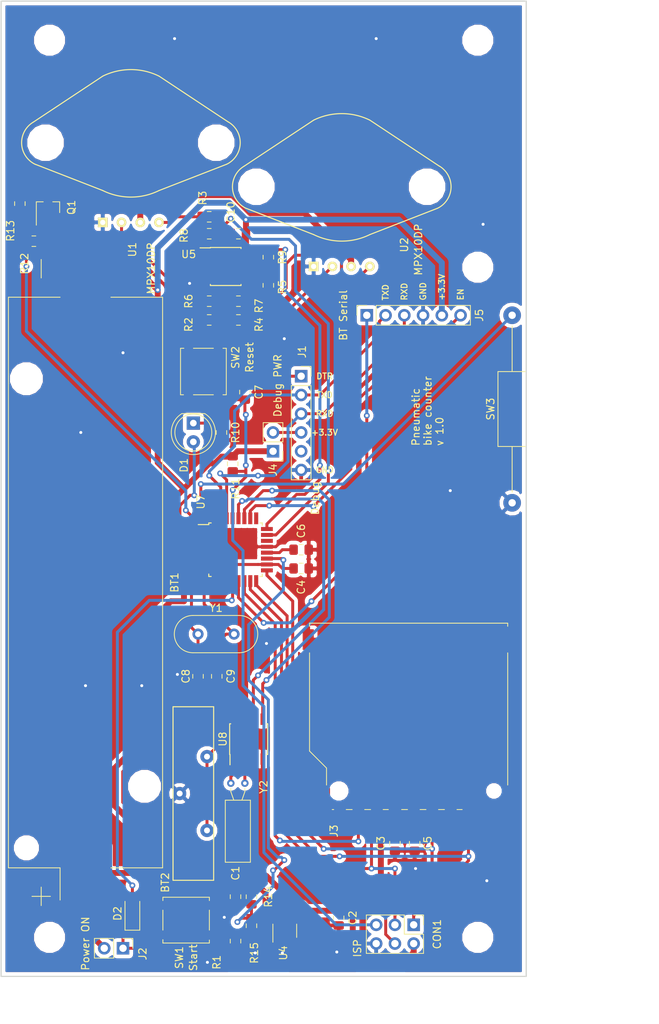
<source format=kicad_pcb>
(kicad_pcb (version 20171130) (host pcbnew 6.0.0-rc1-unknown-994a9c5~65~ubuntu18.04.1)
  (layers (0 F.Cu signal) (31 B.Cu signal) (34 B.Paste user) (35 F.Paste user) (36 B.SilkS user) (37 F.SilkS user) (38 B.Mask user) (39 F.Mask user) (44 Edge.Cuts user))
  (net 0 "")
  (net 1 +BATT)
  (net 2 GND)
  (net 3 "Net-(BT2-Pad1)")
  (net 4 +3V3)
  (net 5 "Net-(C6-Pad1)")
  (net 6 /DTR)
  (net 7 /RST)
  (net 8 /MOSI)
  (net 9 /SCK)
  (net 10 /MISO)
  (net 11 "Net-(D1-Pad2)")
  (net 12 "Net-(D1-Pad1)")
  (net 13 "Net-(J1-Pad4)")
  (net 14 /PWRON)
  (net 15 "Net-(R2-Pad2)")
  (net 16 "Net-(R2-Pad1)")
  (net 17 "Net-(R3-Pad1)")
  (net 18 "Net-(R3-Pad2)")
  (net 19 "Net-(R4-Pad2)")
  (net 20 "Net-(R4-Pad1)")
  (net 21 "Net-(R5-Pad1)")
  (net 22 "Net-(R5-Pad2)")
  (net 23 /PRESSURE0)
  (net 24 /PRESSURE1)
  (net 25 /SD_CS)
  (net 26 /SCL)
  (net 27 /SDA)
  (net 28 "Net-(U8-Pad2)")
  (net 29 "Net-(U8-Pad1)")
  (net 30 "Net-(C8-Pad2)")
  (net 31 "Net-(C9-Pad2)")
  (net 32 "Net-(D2-Pad2)")
  (net 33 /RXD)
  (net 34 /TXD)
  (net 35 /BT_STATE)
  (net 36 /BT_EN)
  (net 37 "Net-(Q1-Pad1)")
  (net 38 "Net-(Q1-Pad3)")
  (net 39 /SENSOR_EN)
  (net 40 "Net-(R14-Pad2)")
  (net 41 "Net-(SW3-Pad2)")
  (module Connector_Card:SD_TE_2041021 (layer F.Cu) (at 240.665 120.65 180)
    (fp_text reference J3 (at 10.16 -14.605 270) (layer F.SilkS))
    (fp_text value SD_Card)
    (pad 1 smd rect (at 6.875 -11.975 180) (size 1 1.5) (layers F.Cu F.Paste F.Mask) (net 25 /SD_CS))
    (pad 2 smd rect (at 4.375 -11.975 180) (size 1 1.5) (layers F.Cu F.Paste F.Mask) (net 8 /MOSI))
    (pad 3 smd rect (at 1.875 -11.975 180) (size 1 1.5) (layers F.Cu F.Paste F.Mask) (net 2 GND))
    (pad 4 smd rect (at -0.625 -11.975 180) (size 1 1.5) (layers F.Cu F.Paste F.Mask) (net 4 +3V3))
    (pad 5 smd rect (at -3.125 -11.975 180) (size 1 1.5) (layers F.Cu F.Paste F.Mask) (net 9 /SCK))
    (pad 6 smd rect (at -5.625 -11.975 180) (size 1 1.5) (layers F.Cu F.Paste F.Mask) (net 2 GND))
    (pad 7 smd rect (at -8.055 -11.975 180) (size 1 1.5) (layers F.Cu F.Paste F.Mask) (net 10 /MISO))
    (pad 8 smd rect (at -9.755 -11.975 180) (size 1 1.5) (layers F.Cu F.Paste F.Mask))
    (pad 9 smd rect (at 9.375 -11.975 180) (size 1 1.5) (layers F.Cu F.Paste F.Mask))
    (pad 10 smd rect (at -11.055 -11.975 180) (size 0.7 1.5) (layers F.Cu F.Paste F.Mask))
    (pad 11 smd rect (at -12.255 -11.975 180) (size 0.7 1.5) (layers F.Cu F.Paste F.Mask))
    (pad "" np_thru_hole circle (at 9.5 -9.175 180) (size 1.6 1.6) (drill 1.6) (layers *.Cu *.Mask))
    (pad "" np_thru_hole circle (at -11.5 -9.175 180) (size 1.1 1.1) (drill 1.1) (layers *.Cu *.Mask))
    (pad 12 smd rect (at 11.45 -10.175 180) (size 1.5 2.8) (layers F.Cu F.Paste F.Mask) (net 2 GND))
    (pad 12 smd rect (at 13.65 11.325 180) (size 1.5 2.8) (layers F.Cu F.Paste F.Mask) (net 2 GND))
    (pad 12 smd rect (at -13.65 11.325 180) (size 1.5 2.8) (layers F.Cu F.Paste F.Mask) (net 2 GND))
    (pad 12 smd rect (at -13.65 -10.175 180) (size 1.5 2.8) (layers F.Cu F.Paste F.Mask) (net 2 GND))
    (pad 12 smd rect (at -13.65 4.4 180) (size 1.5 2.8) (layers F.Cu F.Paste F.Mask) (net 2 GND))
    (pad 12 smd rect (at 13.65 4.4 180) (size 1.5 2.8) (layers F.Cu F.Paste F.Mask) (net 2 GND))
  )
  (module Batteries_KLS:KLS5-CR2032-04 (layer F.Cu) (at 211.455 130.175 270)
    (fp_text reference BT2 (at 12.065 3.81 90) (layer F.SilkS))
    (fp_text value CR2032)
    (pad 1 thru_hole circle (at -5 -1.85 270) (size 1.8 1.8) (drill 0.8) (layers *.Cu *.Mask) (net 3 "Net-(BT2-Pad1)"))
    (pad 2 thru_hole circle (at 0 1.85 270) (size 1.8 1.8) (drill 0.8) (layers *.Cu *.Mask) (net 2 GND))
    (pad 1 thru_hole circle (at 5 -1.85 270) (size 1.8 1.8) (drill 0.8) (layers *.Cu *.Mask) (net 3 "Net-(BT2-Pad1)"))
  )
  (module Crystal:Crystal_C38-LF_D3.0mm_L8.0mm_Horizontal (layer F.Cu) (at 216.535 128.778)
    (fp_text reference Y2 (at 4.445 0.508 90) (layer F.SilkS))
    (fp_text value "32768 Hz 12,5 pF")
    (pad 2 thru_hole circle (at 1.9 0) (size 1 1) (drill 0.5) (layers *.Cu *.Mask) (net 28 "Net-(U8-Pad2)"))
    (pad 1 thru_hole circle (at 0 0) (size 1 1) (drill 0.5) (layers *.Cu *.Mask) (net 29 "Net-(U8-Pad1)"))
  )
  (module MPX10DP:MPX10DP_Horizontal (layer F.Cu) (at 203 52.832)
    (fp_text reference U1 (at 0.2 3.683 90) (layer F.SilkS) (effects (font (size 1.002 1.002))))
    (fp_text value MPX10DP (at 2.74 6.223 90) (layer F.SilkS) (effects (font (size 1.0016 1.0016))))
    (pad "" np_thru_hole circle (at -11.557 -10.795) (size 3.937 3.937) (drill 3.937) (layers *.Cu *.Mask))
    (pad "" np_thru_hole circle (at 11.557 -10.795) (size 3.937 3.937) (drill 3.937) (layers *.Cu *.Mask))
    (pad 4 thru_hole circle (at 3.81 0) (size 1.3 1.3) (drill 0.71) (layers *.Cu *.Mask F.SilkS) (net 18 "Net-(R3-Pad2)"))
    (pad 3 thru_hole circle (at 1.27 0) (size 1.3 1.3) (drill 0.71) (layers *.Cu *.Mask F.SilkS) (net 38 "Net-(Q1-Pad3)"))
    (pad 2 thru_hole circle (at -1.27 0) (size 1.3 1.3) (drill 0.71) (layers *.Cu *.Mask F.SilkS) (net 15 "Net-(R2-Pad2)"))
    (pad 1 thru_hole rect (at -3.81 0) (size 1.3 1.3) (drill 0.71) (layers *.Cu *.Mask F.SilkS) (net 2 GND))
  )
  (module MPX10DP:MPX10DP_Horizontal (layer F.Cu) (at 231.557 58.795)
    (fp_text reference U2 (at 8.473 -2.915 90) (layer F.SilkS) (effects (font (size 1.002 1.002))))
    (fp_text value MPX10DP (at 10.378 -2.28 90) (layer F.SilkS) (effects (font (size 1.0016 1.0016))))
    (pad "" np_thru_hole circle (at -11.557 -10.795) (size 3.937 3.937) (drill 3.937) (layers *.Cu *.Mask))
    (pad "" np_thru_hole circle (at 11.557 -10.795) (size 3.937 3.937) (drill 3.937) (layers *.Cu *.Mask))
    (pad 4 thru_hole circle (at 3.81 0) (size 1.3 1.3) (drill 0.71) (layers *.Cu *.Mask F.SilkS) (net 22 "Net-(R5-Pad2)"))
    (pad 3 thru_hole circle (at 1.27 0) (size 1.3 1.3) (drill 0.71) (layers *.Cu *.Mask F.SilkS) (net 38 "Net-(Q1-Pad3)"))
    (pad 2 thru_hole circle (at -1.27 0) (size 1.3 1.3) (drill 0.71) (layers *.Cu *.Mask F.SilkS) (net 19 "Net-(R4-Pad2)"))
    (pad 1 thru_hole rect (at -3.81 0) (size 1.3 1.3) (drill 0.71) (layers *.Cu *.Mask F.SilkS) (net 2 GND))
  )
  (module Battery:BatteryHolder_Keystone_1042_1x18650 (layer F.Cu) (at 196.85 101.6 90)
    (fp_text reference BT1 (at 0 12.065 90) (layer F.SilkS))
    (fp_text value 18650)
    (pad "" np_thru_hole circle (at -35.93 -8 90) (size 2.39 2.39) (drill 2.39) (layers *.Cu *.Mask))
    (pad "" np_thru_hole circle (at -27.6 8 90) (size 3.45 3.45) (drill 3.45) (layers *.Cu *.Mask))
    (pad "" np_thru_hole circle (at 27.6 -8 90) (size 3.45 3.45) (drill 3.45) (layers *.Cu *.Mask))
    (pad 2 smd rect (at 39.33 0 90) (size 7.34 6.35) (layers F.Cu F.Paste F.Mask) (net 2 GND))
    (pad 1 smd rect (at -39.33 0 90) (size 7.34 6.35) (layers F.Cu F.Paste F.Mask) (net 1 +BATT))
  )
  (module Connector_PinSocket_2.54mm:PinSocket_1x06_P2.54mm_Vertical (layer F.Cu) (at 226.06 73.66)
    (fp_text reference J1 (at 0.127 -3.302 90) (layer F.SilkS))
    (fp_text value Conn_01x06_Female)
    (pad 6 thru_hole oval (at 0 12.7) (size 1.7 1.7) (drill 1) (layers *.Cu *.Mask) (net 2 GND))
    (pad 5 thru_hole oval (at 0 10.16) (size 1.7 1.7) (drill 1) (layers *.Cu *.Mask))
    (pad 4 thru_hole oval (at 0 7.62) (size 1.7 1.7) (drill 1) (layers *.Cu *.Mask) (net 13 "Net-(J1-Pad4)"))
    (pad 3 thru_hole oval (at 0 5.08) (size 1.7 1.7) (drill 1) (layers *.Cu *.Mask) (net 33 /RXD))
    (pad 2 thru_hole oval (at 0 2.54) (size 1.7 1.7) (drill 1) (layers *.Cu *.Mask) (net 34 /TXD))
    (pad 1 thru_hole rect (at 0 0) (size 1.7 1.7) (drill 1) (layers *.Cu *.Mask) (net 6 /DTR))
  )
  (module Package_TO_SOT_SMD:SOT-23-5 (layer F.Cu) (at 223.84 148.76 90)
    (fp_text reference U4 (at -3.005 -0.193 270) (layer F.SilkS))
    (fp_text value NCP551SN33T1G)
    (pad 5 smd rect (at 1.1 -0.95 90) (size 1.06 0.65) (layers F.Cu F.Paste F.Mask) (net 4 +3V3))
    (pad 4 smd rect (at 1.1 0.95 90) (size 1.06 0.65) (layers F.Cu F.Paste F.Mask))
    (pad 3 smd rect (at -1.1 0.95 90) (size 1.06 0.65) (layers F.Cu F.Paste F.Mask) (net 14 /PWRON))
    (pad 2 smd rect (at -1.1 0 90) (size 1.06 0.65) (layers F.Cu F.Paste F.Mask) (net 2 GND))
    (pad 1 smd rect (at -1.1 -0.95 90) (size 1.06 0.65) (layers F.Cu F.Paste F.Mask) (net 1 +BATT))
  )
  (module Package_SO:SOIC-8_3.9x4.9mm_P1.27mm (layer F.Cu) (at 215.839 58.801)
    (fp_text reference U5 (at -5.019 -1.651) (layer F.SilkS))
    (fp_text value LM358)
    (pad 8 smd rect (at 2.7 -1.905) (size 1.55 0.6) (layers F.Cu F.Paste F.Mask) (net 4 +3V3))
    (pad 7 smd rect (at 2.7 -0.635) (size 1.55 0.6) (layers F.Cu F.Paste F.Mask) (net 24 /PRESSURE1))
    (pad 6 smd rect (at 2.7 0.635) (size 1.55 0.6) (layers F.Cu F.Paste F.Mask) (net 21 "Net-(R5-Pad1)"))
    (pad 5 smd rect (at 2.7 1.905) (size 1.55 0.6) (layers F.Cu F.Paste F.Mask) (net 20 "Net-(R4-Pad1)"))
    (pad 4 smd rect (at -2.7 1.905) (size 1.55 0.6) (layers F.Cu F.Paste F.Mask) (net 2 GND))
    (pad 3 smd rect (at -2.7 0.635) (size 1.55 0.6) (layers F.Cu F.Paste F.Mask) (net 16 "Net-(R2-Pad1)"))
    (pad 2 smd rect (at -2.7 -0.635) (size 1.55 0.6) (layers F.Cu F.Paste F.Mask) (net 17 "Net-(R3-Pad1)"))
    (pad 1 smd rect (at -2.7 -1.905) (size 1.55 0.6) (layers F.Cu F.Paste F.Mask) (net 23 /PRESSURE0))
  )
  (module Package_QFP:TQFP-32_7x7mm_P0.8mm (layer F.Cu) (at 217.17 97.155)
    (fp_text reference U7 (at -4.699 -6.477 90) (layer F.SilkS))
    (fp_text value ATMEGA328-AU)
    (pad 32 smd rect (at -2.8 -4.25 90) (size 1.6 0.55) (layers F.Cu F.Paste F.Mask) (net 41 "Net-(SW3-Pad2)"))
    (pad 31 smd rect (at -2 -4.25 90) (size 1.6 0.55) (layers F.Cu F.Paste F.Mask) (net 34 /TXD))
    (pad 30 smd rect (at -1.2 -4.25 90) (size 1.6 0.55) (layers F.Cu F.Paste F.Mask) (net 33 /RXD))
    (pad 29 smd rect (at -0.4 -4.25 90) (size 1.6 0.55) (layers F.Cu F.Paste F.Mask) (net 7 /RST))
    (pad 28 smd rect (at 0.4 -4.25 90) (size 1.6 0.55) (layers F.Cu F.Paste F.Mask) (net 26 /SCL))
    (pad 27 smd rect (at 1.2 -4.25 90) (size 1.6 0.55) (layers F.Cu F.Paste F.Mask) (net 27 /SDA))
    (pad 26 smd rect (at 2 -4.25 90) (size 1.6 0.55) (layers F.Cu F.Paste F.Mask) (net 36 /BT_EN))
    (pad 25 smd rect (at 2.8 -4.25 90) (size 1.6 0.55) (layers F.Cu F.Paste F.Mask))
    (pad 24 smd rect (at 4.25 -2.8) (size 1.6 0.55) (layers F.Cu F.Paste F.Mask) (net 24 /PRESSURE1))
    (pad 23 smd rect (at 4.25 -2) (size 1.6 0.55) (layers F.Cu F.Paste F.Mask) (net 23 /PRESSURE0))
    (pad 22 smd rect (at 4.25 -1.2) (size 1.6 0.55) (layers F.Cu F.Paste F.Mask))
    (pad 21 smd rect (at 4.25 -0.4) (size 1.6 0.55) (layers F.Cu F.Paste F.Mask) (net 2 GND))
    (pad 20 smd rect (at 4.25 0.4) (size 1.6 0.55) (layers F.Cu F.Paste F.Mask) (net 5 "Net-(C6-Pad1)"))
    (pad 19 smd rect (at 4.25 1.2) (size 1.6 0.55) (layers F.Cu F.Paste F.Mask) (net 40 "Net-(R14-Pad2)"))
    (pad 18 smd rect (at 4.25 2) (size 1.6 0.55) (layers F.Cu F.Paste F.Mask) (net 4 +3V3))
    (pad 17 smd rect (at 4.25 2.8) (size 1.6 0.55) (layers F.Cu F.Paste F.Mask) (net 9 /SCK))
    (pad 16 smd rect (at 2.8 4.25 90) (size 1.6 0.55) (layers F.Cu F.Paste F.Mask) (net 10 /MISO))
    (pad 15 smd rect (at 2 4.25 90) (size 1.6 0.55) (layers F.Cu F.Paste F.Mask) (net 8 /MOSI))
    (pad 14 smd rect (at 1.2 4.25 90) (size 1.6 0.55) (layers F.Cu F.Paste F.Mask) (net 25 /SD_CS))
    (pad 13 smd rect (at 0.4 4.25 90) (size 1.6 0.55) (layers F.Cu F.Paste F.Mask) (net 35 /BT_STATE))
    (pad 12 smd rect (at -0.4 4.25 90) (size 1.6 0.55) (layers F.Cu F.Paste F.Mask) (net 32 "Net-(D2-Pad2)"))
    (pad 11 smd rect (at -1.2 4.25 90) (size 1.6 0.55) (layers F.Cu F.Paste F.Mask))
    (pad 10 smd rect (at -2 4.25 90) (size 1.6 0.55) (layers F.Cu F.Paste F.Mask))
    (pad 9 smd rect (at -2.8 4.25 90) (size 1.6 0.55) (layers F.Cu F.Paste F.Mask))
    (pad 8 smd rect (at -4.25 2.8) (size 1.6 0.55) (layers F.Cu F.Paste F.Mask) (net 31 "Net-(C9-Pad2)"))
    (pad 7 smd rect (at -4.25 2) (size 1.6 0.55) (layers F.Cu F.Paste F.Mask) (net 30 "Net-(C8-Pad2)"))
    (pad 6 smd rect (at -4.25 1.2) (size 1.6 0.55) (layers F.Cu F.Paste F.Mask) (net 4 +3V3))
    (pad 5 smd rect (at -4.25 0.4) (size 1.6 0.55) (layers F.Cu F.Paste F.Mask) (net 2 GND))
    (pad 4 smd rect (at -4.25 -0.4) (size 1.6 0.55) (layers F.Cu F.Paste F.Mask) (net 4 +3V3))
    (pad 3 smd rect (at -4.25 -1.2) (size 1.6 0.55) (layers F.Cu F.Paste F.Mask) (net 2 GND))
    (pad 2 smd rect (at -4.25 -2) (size 1.6 0.55) (layers F.Cu F.Paste F.Mask) (net 11 "Net-(D1-Pad2)"))
    (pad 1 smd rect (at -4.25 -2.8) (size 1.6 0.55) (layers F.Cu F.Paste F.Mask) (net 39 /SENSOR_EN))
  )
  (module Crystal:Crystal_HC49-U_Vertical (layer F.Cu) (at 212.09 108.585)
    (fp_text reference Y1 (at 2.44 -3.525) (layer F.SilkS))
    (fp_text value "12 MHz")
    (pad 2 thru_hole circle (at 4.88 0) (size 1.5 1.5) (drill 0.8) (layers *.Cu *.Mask) (net 31 "Net-(C9-Pad2)"))
    (pad 1 thru_hole circle (at 0 0) (size 1.5 1.5) (drill 0.8) (layers *.Cu *.Mask) (net 30 "Net-(C8-Pad2)"))
  )
  (module Connector_PinHeader_2.54mm:PinHeader_1x02_P2.54mm_Vertical (layer F.Cu) (at 201.93 151.13 270)
    (fp_text reference J2 (at 0.762 -2.667 270) (layer F.SilkS))
    (fp_text value Conn_01x02)
    (pad 2 thru_hole oval (at 0 2.54 270) (size 1.7 1.7) (drill 1) (layers *.Cu *.Mask) (net 1 +BATT))
    (pad 1 thru_hole rect (at 0 0 270) (size 1.7 1.7) (drill 1) (layers *.Cu *.Mask) (net 14 /PWRON))
  )
  (module Pin_Headers:Pin_Header_Straight_2x03_Pitch2.54mm (layer F.Cu) (at 241.3 147.955 270)
    (fp_text reference CON1 (at 1.27 -3.175 270) (layer F.SilkS))
    (fp_text value AVR-ISP-6)
    (pad 1 thru_hole rect (at 0 0 270) (size 1.7 1.7) (drill 1) (layers *.Cu *.Mask) (net 10 /MISO))
    (pad 2 thru_hole oval (at 2.54 0 270) (size 1.7 1.7) (drill 1) (layers *.Cu *.Mask) (net 4 +3V3))
    (pad 3 thru_hole oval (at 0 2.54 270) (size 1.7 1.7) (drill 1) (layers *.Cu *.Mask) (net 9 /SCK))
    (pad 4 thru_hole oval (at 2.54 2.54 270) (size 1.7 1.7) (drill 1) (layers *.Cu *.Mask) (net 8 /MOSI))
    (pad 5 thru_hole oval (at 0 5.08 270) (size 1.7 1.7) (drill 1) (layers *.Cu *.Mask) (net 7 /RST))
    (pad 6 thru_hole oval (at 2.54 5.08 270) (size 1.7 1.7) (drill 1) (layers *.Cu *.Mask) (net 2 GND))
  )
  (module LED_THT:LED_D5.0mm (layer F.Cu) (at 211.455 80.01 270)
    (fp_text reference D1 (at 5.715 1.27 90) (layer F.SilkS))
    (fp_text value LED)
    (pad 1 thru_hole rect (at 0 0 270) (size 1.8 1.8) (drill 0.9) (layers *.Cu *.Mask) (net 12 "Net-(D1-Pad1)"))
    (pad 2 thru_hole circle (at 2.54 0 270) (size 1.8 1.8) (drill 0.9) (layers *.Cu *.Mask) (net 11 "Net-(D1-Pad2)"))
  )
  (module Button_Switch_SMD:SW_SPST_EVPBF (layer F.Cu) (at 210.48 147.32)
    (fp_text reference SW1 (at -0.93 5.08 270) (layer F.SilkS))
    (fp_text value SW_Push)
    (pad 2 smd rect (at 2.88 2) (size 2.75 1) (layers F.Cu F.Paste F.Mask) (net 14 /PWRON))
    (pad 2 smd rect (at -2.88 2) (size 2.75 1) (layers F.Cu F.Paste F.Mask) (net 14 /PWRON))
    (pad 1 smd rect (at -2.88 -2) (size 2.75 1) (layers F.Cu F.Paste F.Mask) (net 1 +BATT))
    (pad 1 smd rect (at 2.88 -2) (size 2.75 1) (layers F.Cu F.Paste F.Mask) (net 1 +BATT))
  )
  (module Button_Switch_SMD:SW_SPST_EVPBF (layer F.Cu) (at 212.82 73.025 270)
    (fp_text reference SW2 (at -1.905 -4.35 270) (layer F.SilkS))
    (fp_text value SW_Push)
    (pad 1 smd rect (at 2.88 -2 270) (size 2.75 1) (layers F.Cu F.Paste F.Mask) (net 7 /RST))
    (pad 1 smd rect (at -2.88 -2 270) (size 2.75 1) (layers F.Cu F.Paste F.Mask) (net 7 /RST))
    (pad 2 smd rect (at -2.88 2 270) (size 2.75 1) (layers F.Cu F.Paste F.Mask) (net 2 GND))
    (pad 2 smd rect (at 2.88 2 270) (size 2.75 1) (layers F.Cu F.Paste F.Mask) (net 2 GND))
  )
  (module Package_SO:SOIC-8_3.9x4.9mm_P1.27mm (layer F.Cu) (at 218.948 122.809 90)
    (fp_text reference U8 (at 0 -3.5 90) (layer F.SilkS))
    (fp_text value DS1338Z-33)
    (pad 1 smd rect (at -2.7 -1.905 90) (size 1.55 0.6) (layers F.Cu F.Paste F.Mask) (net 29 "Net-(U8-Pad1)"))
    (pad 2 smd rect (at -2.7 -0.635 90) (size 1.55 0.6) (layers F.Cu F.Paste F.Mask) (net 28 "Net-(U8-Pad2)"))
    (pad 3 smd rect (at -2.7 0.635 90) (size 1.55 0.6) (layers F.Cu F.Paste F.Mask) (net 3 "Net-(BT2-Pad1)"))
    (pad 4 smd rect (at -2.7 1.905 90) (size 1.55 0.6) (layers F.Cu F.Paste F.Mask) (net 2 GND))
    (pad 5 smd rect (at 2.7 1.905 90) (size 1.55 0.6) (layers F.Cu F.Paste F.Mask) (net 27 /SDA))
    (pad 6 smd rect (at 2.7 0.635 90) (size 1.55 0.6) (layers F.Cu F.Paste F.Mask) (net 26 /SCL))
    (pad 7 smd rect (at 2.7 -0.635 90) (size 1.55 0.6) (layers F.Cu F.Paste F.Mask))
    (pad 8 smd rect (at 2.7 -1.905 90) (size 1.55 0.6) (layers F.Cu F.Paste F.Mask) (net 4 +3V3))
  )
  (module MountingHole:MountingHole_3.2mm_M3 (layer F.Cu) (at 191.98 149.65)
    (fp_text reference MK4 hide)
    (fp_text value Mounting_Hole hide)
    (pad 1 np_thru_hole circle (at 0 0) (size 3.2 3.2) (drill 3.2) (layers *.Cu *.Mask))
  )
  (module MountingHole:MountingHole_3.2mm_M3 (layer F.Cu) (at 249.98 149.65)
    (fp_text reference MK6 hide)
    (fp_text value Mounting_Hole hide)
    (pad 1 np_thru_hole circle (at 0 0) (size 3.2 3.2) (drill 3.2) (layers *.Cu *.Mask))
  )
  (module MountingHole:MountingHole_3.2mm_M3 (layer F.Cu) (at 191.98 28.15)
    (fp_text reference MK7 hide)
    (fp_text value Mounting_Hole hide)
    (pad 1 np_thru_hole circle (at 0 0) (size 3.2 3.2) (drill 3.2) (layers *.Cu *.Mask))
  )
  (module MountingHole:MountingHole_3.2mm_M3 (layer F.Cu) (at 249.98 28.15)
    (fp_text reference MK9 hide)
    (fp_text value Mounting_Hole hide)
    (pad 1 np_thru_hole circle (at 0 0) (size 3.2 3.2) (drill 3.2) (layers *.Cu *.Mask))
  )
  (module MountingHole:MountingHole_3.2mm_M3 (layer F.Cu) (at 249.98 58.9)
    (fp_text reference MK10 hide)
    (fp_text value Mounting_Hole hide)
    (pad 1 np_thru_hole circle (at 0 0) (size 3.2 3.2) (drill 3.2) (layers *.Cu *.Mask))
  )
  (module Capacitor_SMD:C_0805_2012Metric_Pad1.15x1.40mm_HandSolder (layer F.Cu) (at 217.17 144.145 270)
    (fp_text reference C1 (at -3.175 0 270) (layer F.SilkS))
    (fp_text value 1uF)
    (pad 2 smd roundrect (at 1.025 0 270) (size 1.15 1.4) (layers F.Cu F.Paste F.Mask) (roundrect_rratio 0.217391) (net 2 GND))
    (pad 1 smd roundrect (at -1.025 0 270) (size 1.15 1.4) (layers F.Cu F.Paste F.Mask) (roundrect_rratio 0.217391) (net 1 +BATT))
  )
  (module Capacitor_SMD:C_0805_2012Metric_Pad1.15x1.40mm_HandSolder (layer F.Cu) (at 231.14 147.0175 270)
    (fp_text reference C2 (at 0 -1.905 270) (layer F.SilkS))
    (fp_text value 1uF)
    (pad 1 smd roundrect (at -1.025 0 270) (size 1.15 1.4) (layers F.Cu F.Paste F.Mask) (roundrect_rratio 0.217391) (net 4 +3V3))
    (pad 2 smd roundrect (at 1.025 0 270) (size 1.15 1.4) (layers F.Cu F.Paste F.Mask) (roundrect_rratio 0.217391) (net 2 GND))
  )
  (module Capacitor_SMD:C_0805_2012Metric_Pad1.15x1.40mm_HandSolder (layer F.Cu) (at 238.76 136.914176 270)
    (fp_text reference C3 (at 0 1.905 270) (layer F.SilkS))
    (fp_text value 1uF)
    (pad 1 smd roundrect (at -1.025 0 270) (size 1.15 1.4) (layers F.Cu F.Paste F.Mask) (roundrect_rratio 0.217391) (net 4 +3V3))
    (pad 2 smd roundrect (at 1.025 0 270) (size 1.15 1.4) (layers F.Cu F.Paste F.Mask) (roundrect_rratio 0.217391) (net 2 GND))
  )
  (module Capacitor_SMD:C_0805_2012Metric_Pad1.15x1.40mm_HandSolder (layer F.Cu) (at 226.06 99.695)
    (fp_text reference C4 (at 0 2.54 90) (layer F.SilkS))
    (fp_text value 0,1uF)
    (pad 2 smd roundrect (at 1.025 0) (size 1.15 1.4) (layers F.Cu F.Paste F.Mask) (roundrect_rratio 0.217391) (net 2 GND))
    (pad 1 smd roundrect (at -1.025 0) (size 1.15 1.4) (layers F.Cu F.Paste F.Mask) (roundrect_rratio 0.217391) (net 4 +3V3))
  )
  (module Capacitor_SMD:C_0805_2012Metric_Pad1.15x1.40mm_HandSolder (layer F.Cu) (at 241.431902 136.914176 270)
    (fp_text reference C5 (at 0 -1.773098 270) (layer F.SilkS))
    (fp_text value 0,1uF)
    (pad 1 smd roundrect (at -1.025 0 270) (size 1.15 1.4) (layers F.Cu F.Paste F.Mask) (roundrect_rratio 0.217391) (net 4 +3V3))
    (pad 2 smd roundrect (at 1.025 0 270) (size 1.15 1.4) (layers F.Cu F.Paste F.Mask) (roundrect_rratio 0.217391) (net 2 GND))
  )
  (module Capacitor_SMD:C_0805_2012Metric_Pad1.15x1.40mm_HandSolder (layer F.Cu) (at 226.06 97.155)
    (fp_text reference C6 (at 0 -2.54 90) (layer F.SilkS))
    (fp_text value 0,1uF)
    (pad 2 smd roundrect (at 1.025 0) (size 1.15 1.4) (layers F.Cu F.Paste F.Mask) (roundrect_rratio 0.217391) (net 2 GND))
    (pad 1 smd roundrect (at -1.025 0) (size 1.15 1.4) (layers F.Cu F.Paste F.Mask) (roundrect_rratio 0.217391) (net 5 "Net-(C6-Pad1)"))
  )
  (module Capacitor_SMD:C_0805_2012Metric_Pad1.15x1.40mm_HandSolder (layer F.Cu) (at 218.44 75.81 90)
    (fp_text reference C7 (at 0 1.905 90) (layer F.SilkS))
    (fp_text value 0,1uF)
    (pad 2 smd roundrect (at 1.025 0 90) (size 1.15 1.4) (layers F.Cu F.Paste F.Mask) (roundrect_rratio 0.217391) (net 6 /DTR))
    (pad 1 smd roundrect (at -1.025 0 90) (size 1.15 1.4) (layers F.Cu F.Paste F.Mask) (roundrect_rratio 0.217391) (net 7 /RST))
  )
  (module Capacitor_SMD:C_0805_2012Metric_Pad1.15x1.40mm_HandSolder (layer F.Cu) (at 212.09 114.3 90)
    (fp_text reference C8 (at 0 -1.65 90) (layer F.SilkS))
    (fp_text value 22)
    (pad 1 smd roundrect (at -1.025 0 90) (size 1.15 1.4) (layers F.Cu F.Paste F.Mask) (roundrect_rratio 0.217391) (net 2 GND))
    (pad 2 smd roundrect (at 1.025 0 90) (size 1.15 1.4) (layers F.Cu F.Paste F.Mask) (roundrect_rratio 0.217391) (net 30 "Net-(C8-Pad2)"))
  )
  (module Capacitor_SMD:C_0805_2012Metric_Pad1.15x1.40mm_HandSolder (layer F.Cu) (at 214.63 114.3 90)
    (fp_text reference C9 (at 0 1.905 90) (layer F.SilkS))
    (fp_text value 22)
    (pad 2 smd roundrect (at 1.025 0 90) (size 1.15 1.4) (layers F.Cu F.Paste F.Mask) (roundrect_rratio 0.217391) (net 31 "Net-(C9-Pad2)"))
    (pad 1 smd roundrect (at -1.025 0 90) (size 1.15 1.4) (layers F.Cu F.Paste F.Mask) (roundrect_rratio 0.217391) (net 2 GND))
  )
  (module Capacitor_SMD:C_0805_2012Metric_Pad1.15x1.40mm_HandSolder (layer F.Cu) (at 217.56 54.356 180)
    (fp_text reference C10 (at 1.025 2.921 270) (layer F.SilkS))
    (fp_text value 0,1uF)
    (pad 1 smd roundrect (at -1.025 0 180) (size 1.15 1.4) (layers F.Cu F.Paste F.Mask) (roundrect_rratio 0.217391) (net 4 +3V3))
    (pad 2 smd roundrect (at 1.025 0 180) (size 1.15 1.4) (layers F.Cu F.Paste F.Mask) (roundrect_rratio 0.217391) (net 2 GND))
  )
  (module Diode_SMD:D_SOD-123 (layer F.Cu) (at 203.2 146.43 90)
    (fp_text reference D2 (at 0 -2 90) (layer F.SilkS))
    (fp_text value MBR0530)
    (pad 1 smd rect (at -1.65 0 90) (size 0.9 1.2) (layers F.Cu F.Paste F.Mask) (net 14 /PWRON))
    (pad 2 smd rect (at 1.65 0 90) (size 0.9 1.2) (layers F.Cu F.Paste F.Mask) (net 32 "Net-(D2-Pad2)"))
  )
  (module Connector_PinHeader_2.54mm:PinHeader_1x02_P2.54mm_Vertical (layer F.Cu) (at 222.25 83.82 180)
    (fp_text reference J4 (at 0 -2.54 270) (layer F.SilkS))
    (fp_text value JMP)
    (pad 1 thru_hole rect (at 0 0 180) (size 1.7 1.7) (drill 1) (layers *.Cu *.Mask) (net 4 +3V3))
    (pad 2 thru_hole oval (at 0 2.54 180) (size 1.7 1.7) (drill 1) (layers *.Cu *.Mask) (net 13 "Net-(J1-Pad4)"))
  )
  (module Connector_PinSocket_2.54mm:PinSocket_1x06_P2.54mm_Vertical (layer F.Cu) (at 234.95 65.405 90)
    (fp_text reference J5 (at 0 15.24 90) (layer F.SilkS))
    (fp_text value Conn_01x06_Female)
    (pad 1 thru_hole rect (at 0 0 90) (size 1.7 1.7) (drill 1) (layers *.Cu *.Mask) (net 35 /BT_STATE))
    (pad 2 thru_hole oval (at 0 2.54 90) (size 1.7 1.7) (drill 1) (layers *.Cu *.Mask) (net 34 /TXD))
    (pad 3 thru_hole oval (at 0 5.08 90) (size 1.7 1.7) (drill 1) (layers *.Cu *.Mask) (net 33 /RXD))
    (pad 4 thru_hole oval (at 0 7.62 90) (size 1.7 1.7) (drill 1) (layers *.Cu *.Mask) (net 2 GND))
    (pad 5 thru_hole oval (at 0 10.16 90) (size 1.7 1.7) (drill 1) (layers *.Cu *.Mask) (net 4 +3V3))
    (pad 6 thru_hole oval (at 0 12.7 90) (size 1.7 1.7) (drill 1) (layers *.Cu *.Mask) (net 36 /BT_EN))
  )
  (module Package_TO_SOT_SMD:SOT-23_Handsoldering (layer F.Cu) (at 191.77 50.8 90)
    (fp_text reference Q1 (at 0 3.175 90) (layer F.SilkS))
    (fp_text value Q_PNP_BEC)
    (pad 1 smd rect (at -1.5 -0.95 90) (size 1.9 0.8) (layers F.Cu F.Paste F.Mask) (net 37 "Net-(Q1-Pad1)"))
    (pad 2 smd rect (at -1.5 0.95 90) (size 1.9 0.8) (layers F.Cu F.Paste F.Mask) (net 4 +3V3))
    (pad 3 smd rect (at 1.5 0 90) (size 1.9 0.8) (layers F.Cu F.Paste F.Mask) (net 38 "Net-(Q1-Pad3)"))
  )
  (module Resistor_SMD:R_0805_2012Metric_Pad1.15x1.40mm_HandSolder (layer F.Cu) (at 217.17 150.1625 90)
    (fp_text reference R1 (at -2.8725 -2.54 90) (layer F.SilkS))
    (fp_text value 300K)
    (pad 2 smd roundrect (at 1.025 0 90) (size 1.15 1.4) (layers F.Cu F.Paste F.Mask) (roundrect_rratio 0.217391) (net 14 /PWRON))
    (pad 1 smd roundrect (at -1.025 0 90) (size 1.15 1.4) (layers F.Cu F.Paste F.Mask) (roundrect_rratio 0.217391) (net 2 GND))
  )
  (module Resistor_SMD:R_0805_2012Metric_Pad1.15x1.40mm_HandSolder (layer F.Cu) (at 213.605 66.04)
    (fp_text reference R2 (at -2.785 0.635 90) (layer F.SilkS))
    (fp_text value 2K2)
    (pad 1 smd roundrect (at -1.025 0) (size 1.15 1.4) (layers F.Cu F.Paste F.Mask) (roundrect_rratio 0.217391) (net 16 "Net-(R2-Pad1)"))
    (pad 2 smd roundrect (at 1.025 0) (size 1.15 1.4) (layers F.Cu F.Paste F.Mask) (roundrect_rratio 0.217391) (net 15 "Net-(R2-Pad2)"))
  )
  (module Resistor_SMD:R_0805_2012Metric_Pad1.15x1.40mm_HandSolder (layer F.Cu) (at 213.605 52.07 180)
    (fp_text reference R3 (at 0.88 2.54 90) (layer F.SilkS))
    (fp_text value 2K2)
    (pad 2 smd roundrect (at 1.025 0 180) (size 1.15 1.4) (layers F.Cu F.Paste F.Mask) (roundrect_rratio 0.217391) (net 18 "Net-(R3-Pad2)"))
    (pad 1 smd roundrect (at -1.025 0 180) (size 1.15 1.4) (layers F.Cu F.Paste F.Mask) (roundrect_rratio 0.217391) (net 17 "Net-(R3-Pad1)"))
  )
  (module Resistor_SMD:R_0805_2012Metric_Pad1.15x1.40mm_HandSolder (layer F.Cu) (at 217.56 66.04 180)
    (fp_text reference R4 (at -2.785 -0.635 270) (layer F.SilkS))
    (fp_text value 2K2)
    (pad 1 smd roundrect (at -1.025 0 180) (size 1.15 1.4) (layers F.Cu F.Paste F.Mask) (roundrect_rratio 0.217391) (net 20 "Net-(R4-Pad1)"))
    (pad 2 smd roundrect (at 1.025 0 180) (size 1.15 1.4) (layers F.Cu F.Paste F.Mask) (roundrect_rratio 0.217391) (net 19 "Net-(R4-Pad2)"))
  )
  (module Resistor_SMD:R_0805_2012Metric_Pad1.15x1.40mm_HandSolder (layer F.Cu) (at 221.615 61.35 270)
    (fp_text reference R5 (at 0.245 -1.905 270) (layer F.SilkS))
    (fp_text value 2K2)
    (pad 2 smd roundrect (at 1.025 0 270) (size 1.15 1.4) (layers F.Cu F.Paste F.Mask) (roundrect_rratio 0.217391) (net 22 "Net-(R5-Pad2)"))
    (pad 1 smd roundrect (at -1.025 0 270) (size 1.15 1.4) (layers F.Cu F.Paste F.Mask) (roundrect_rratio 0.217391) (net 21 "Net-(R5-Pad1)"))
  )
  (module Resistor_SMD:R_0805_2012Metric_Pad1.15x1.40mm_HandSolder (layer F.Cu) (at 213.605 63.5)
    (fp_text reference R6 (at -2.785 0 90) (layer F.SilkS))
    (fp_text value 100K)
    (pad 1 smd roundrect (at -1.025 0) (size 1.15 1.4) (layers F.Cu F.Paste F.Mask) (roundrect_rratio 0.217391) (net 16 "Net-(R2-Pad1)"))
    (pad 2 smd roundrect (at 1.025 0) (size 1.15 1.4) (layers F.Cu F.Paste F.Mask) (roundrect_rratio 0.217391) (net 2 GND))
  )
  (module Resistor_SMD:R_0805_2012Metric_Pad1.15x1.40mm_HandSolder (layer F.Cu) (at 217.56 63.5 180)
    (fp_text reference R7 (at -2.785 -0.635 270) (layer F.SilkS))
    (fp_text value 100K)
    (pad 1 smd roundrect (at -1.025 0 180) (size 1.15 1.4) (layers F.Cu F.Paste F.Mask) (roundrect_rratio 0.217391) (net 20 "Net-(R4-Pad1)"))
    (pad 2 smd roundrect (at 1.025 0 180) (size 1.15 1.4) (layers F.Cu F.Paste F.Mask) (roundrect_rratio 0.217391) (net 2 GND))
  )
  (module Resistor_SMD:R_0805_2012Metric_Pad1.15x1.40mm_HandSolder (layer F.Cu) (at 213.605 54.365 180)
    (fp_text reference R8 (at 3.42 -0.245 270) (layer F.SilkS))
    (fp_text value 100K)
    (pad 1 smd roundrect (at -1.025 0 180) (size 1.15 1.4) (layers F.Cu F.Paste F.Mask) (roundrect_rratio 0.217391) (net 23 /PRESSURE0))
    (pad 2 smd roundrect (at 1.025 0 180) (size 1.15 1.4) (layers F.Cu F.Paste F.Mask) (roundrect_rratio 0.217391) (net 17 "Net-(R3-Pad1)"))
  )
  (module Resistor_SMD:R_0805_2012Metric_Pad1.15x1.40mm_HandSolder (layer F.Cu) (at 221.615 57.54 270)
    (fp_text reference R9 (at 0 -1.905 90) (layer F.SilkS))
    (fp_text value 100K)
    (pad 2 smd roundrect (at 1.025 0 270) (size 1.15 1.4) (layers F.Cu F.Paste F.Mask) (roundrect_rratio 0.217391) (net 21 "Net-(R5-Pad1)"))
    (pad 1 smd roundrect (at -1.025 0 270) (size 1.15 1.4) (layers F.Cu F.Paste F.Mask) (roundrect_rratio 0.217391) (net 24 /PRESSURE1))
  )
  (module Resistor_SMD:R_0805_2012Metric_Pad1.15x1.40mm_HandSolder (layer F.Cu) (at 215.265 81.28 270)
    (fp_text reference R10 (at 0 -1.905 270) (layer F.SilkS))
    (fp_text value 300)
    (pad 2 smd roundrect (at 1.025 0 270) (size 1.15 1.4) (layers F.Cu F.Paste F.Mask) (roundrect_rratio 0.217391) (net 2 GND))
    (pad 1 smd roundrect (at -1.025 0 270) (size 1.15 1.4) (layers F.Cu F.Paste F.Mask) (roundrect_rratio 0.217391) (net 12 "Net-(D1-Pad1)"))
  )
  (module Resistor_SMD:R_0805_2012Metric_Pad1.15x1.40mm_HandSolder (layer F.Cu) (at 216.789 85.5195 270)
    (fp_text reference R11 (at 3.3805 -0.381 270) (layer F.SilkS))
    (fp_text value 10K)
    (pad 2 smd roundrect (at 1.025 0 270) (size 1.15 1.4) (layers F.Cu F.Paste F.Mask) (roundrect_rratio 0.217391) (net 7 /RST))
    (pad 1 smd roundrect (at -1.025 0 270) (size 1.15 1.4) (layers F.Cu F.Paste F.Mask) (roundrect_rratio 0.217391) (net 4 +3V3))
  )
  (module Resistor_SMD:R_0805_2012Metric_Pad1.15x1.40mm_HandSolder (layer F.Cu) (at 189.856 55.372)
    (fp_text reference R12 (at -1.261 3.048 90) (layer F.SilkS))
    (fp_text value 18K)
    (pad 2 smd roundrect (at 1.025 0) (size 1.15 1.4) (layers F.Cu F.Paste F.Mask) (roundrect_rratio 0.217391) (net 37 "Net-(Q1-Pad1)"))
    (pad 1 smd roundrect (at -1.025 0) (size 1.15 1.4) (layers F.Cu F.Paste F.Mask) (roundrect_rratio 0.217391) (net 39 /SENSOR_EN))
  )
  (module Resistor_SMD:R_0805_2012Metric_Pad1.15x1.40mm_HandSolder (layer F.Cu) (at 187.96 50.283 90)
    (fp_text reference R13 (at -3.692 -1.27 90) (layer F.SilkS))
    (fp_text value "0 NC")
    (pad 1 smd roundrect (at -1.025 0 90) (size 1.15 1.4) (layers F.Cu F.Paste F.Mask) (roundrect_rratio 0.217391) (net 39 /SENSOR_EN))
    (pad 2 smd roundrect (at 1.025 0 90) (size 1.15 1.4) (layers F.Cu F.Paste F.Mask) (roundrect_rratio 0.217391) (net 38 "Net-(Q1-Pad3)"))
  )
  (module Resistor_SMD:R_0805_2012Metric_Pad1.15x1.40mm_HandSolder (layer F.Cu) (at 219.329 144.154 270)
    (fp_text reference R14 (at 0 -2.286 270) (layer F.SilkS))
    (fp_text value 200K)
    (pad 1 smd roundrect (at -1.025 0 270) (size 1.15 1.4) (layers F.Cu F.Paste F.Mask) (roundrect_rratio 0.217391) (net 1 +BATT))
    (pad 2 smd roundrect (at 1.025 0 270) (size 1.15 1.4) (layers F.Cu F.Paste F.Mask) (roundrect_rratio 0.217391) (net 40 "Net-(R14-Pad2)"))
  )
  (module Resistor_SMD:R_0805_2012Metric_Pad1.15x1.40mm_HandSolder (layer F.Cu) (at 219.329 148.082 270)
    (fp_text reference R15 (at 3.683 -0.381 270) (layer F.SilkS))
    (fp_text value 600K)
    (pad 1 smd roundrect (at -1.025 0 270) (size 1.15 1.4) (layers F.Cu F.Paste F.Mask) (roundrect_rratio 0.217391) (net 40 "Net-(R14-Pad2)"))
    (pad 2 smd roundrect (at 1.025 0 270) (size 1.15 1.4) (layers F.Cu F.Paste F.Mask) (roundrect_rratio 0.217391) (net 2 GND))
  )
  (module Resistor_THT:R_Axial_DIN0411_L9.9mm_D3.6mm_P25.40mm_Horizontal (layer F.Cu) (at 254.635 90.805 90)
    (fp_text reference SW3 (at 12.7 -2.92 90) (layer F.SilkS))
    (fp_text value SW_Reed)
    (pad 1 thru_hole circle (at 0 0 90) (size 2.4 2.4) (drill 1) (layers *.Cu *.Mask) (net 2 GND))
    (pad 2 thru_hole oval (at 25.4 0 90) (size 2.4 2.4) (drill 1) (layers *.Cu *.Mask) (net 41 "Net-(SW3-Pad2)"))
  )
  (gr_text "Pneumatic\nbike counter\nv 1.0" (at 243.205 83.185 90) (layer F.SilkS) (effects (font (size 1 1)) (justify left)))
  (gr_text EN (at 247.65 63.460476 90) (layer F.SilkS) (effects (font (size 0.8 0.8)) (justify left)))
  (gr_text GND (at 242.57 62.166429 90) (layer F.SilkS) (effects (font (size 0.8 0.8))))
  (gr_text TXD (at 237.49 62.299762 90) (layer F.SilkS) (effects (font (size 0.8 0.8))))
  (gr_text +3.3V (at 245.11 61.595 90) (layer F.SilkS) (effects (font (size 0.8 0.8))))
  (gr_text RXD (at 240.03 62.204524 90) (layer F.SilkS) (effects (font (size 0.8 0.8))))
  (gr_text "Debug PWR" (at 222.885 74.93 90) (layer F.SilkS) (effects (font (size 1 1))))
  (gr_text +3.3V (at 229.235 81.28) (layer F.SilkS) (effects (font (size 0.8 0.8))))
  (gr_text GND (at 229.235 86.36) (layer F.SilkS) (effects (font (size 0.8 0.8))))
  (gr_text DTR (at 229.235 73.66) (layer F.SilkS) (effects (font (size 0.8 0.8))))
  (gr_text RXD (at 229.235 78.74) (layer F.SilkS) (effects (font (size 0.8 0.8))))
  (gr_text TXD (at 229.235 76.2) (layer F.SilkS) (effects (font (size 0.8 0.8))))
  (gr_text Debug (at 227.965 90.17 90) (layer F.SilkS) (effects (font (size 1 1))))
  (gr_text "BT Serial" (at 231.775 65.405 90) (layer F.SilkS) (effects (font (size 1 1))))
  (gr_text Reset (at 219.075 71.12 90) (layer F.SilkS) (effects (font (size 1 1))))
  (gr_text Start (at 211.455 152.4 90) (layer F.SilkS) (effects (font (size 1 1))))
  (gr_text "Power ON" (at 196.85 150.495 90) (layer F.SilkS) (effects (font (size 1 1))))
  (gr_text ISP (at 233.68 151.13 90) (layer F.SilkS) (effects (font (size 1 1))))
  (gr_line (start 185.42 22.86) (end 185.42 154.94) (layer Edge.Cuts) (width 0.15))
  (gr_line (start 256.54 22.86) (end 185.42 22.86) (layer Edge.Cuts) (width 0.15))
  (gr_line (start 256.54 154.94) (end 256.54 22.86) (layer Edge.Cuts) (width 0.15))
  (gr_line (start 185.42 154.94) (end 256.54 154.94) (layer Edge.Cuts) (width 0.15))
  (segment (start 196.85 148.59) (end 199.39 151.13) (width 0.8) (layer F.Cu) (net 1))
  (segment (start 196.85 140.93) (end 196.85 148.59) (width 0.8) (layer F.Cu) (net 1))
  (segment (start 207.6 145.32) (end 213.36 145.32) (width 0.8) (layer F.Cu) (net 1))
  (segment (start 205.7 140.93) (end 196.85 140.93) (width 0.8) (layer F.Cu) (net 1))
  (segment (start 207.6 145.32) (end 207.6 142.83) (width 0.8) (layer F.Cu) (net 1))
  (segment (start 207.6 142.83) (end 205.7 140.93) (width 0.8) (layer F.Cu) (net 1))
  (segment (start 207.9775 143.2075) (end 207.6 142.83) (width 0.8) (layer F.Cu) (net 1))
  (segment (start 213.36 145.32) (end 213.36 143.2075) (width 0.8) (layer F.Cu) (net 1))
  (segment (start 217.17 143.2075) (end 213.36 143.2075) (width 0.8) (layer F.Cu) (net 1))
  (segment (start 213.36 143.2075) (end 207.9775 143.2075) (width 0.8) (layer F.Cu) (net 1))
  (segment (start 219.32 143.12) (end 219.329 143.129) (width 0.8) (layer F.Cu) (net 1))
  (segment (start 217.17 143.12) (end 219.32 143.12) (width 0.8) (layer F.Cu) (net 1))
  (segment (start 221.765 149.86) (end 222.89 149.86) (width 0.8) (layer F.Cu) (net 1))
  (segment (start 221.234 149.329) (end 221.765 149.86) (width 0.8) (layer F.Cu) (net 1))
  (segment (start 221.234 143.637) (end 221.234 149.329) (width 0.8) (layer F.Cu) (net 1))
  (segment (start 220.726 143.129) (end 221.234 143.637) (width 0.8) (layer F.Cu) (net 1))
  (segment (start 219.329 143.129) (end 220.726 143.129) (width 0.8) (layer F.Cu) (net 1))
  (via (at 223.52 151.765) (size 0.8) (drill 0.4) (layers F.Cu B.Cu) (net 2))
  (segment (start 223.84 151.445) (end 223.84 149.86) (width 0.4) (layer F.Cu) (net 2))
  (segment (start 223.52 151.765) (end 223.84 151.445) (width 0.4) (layer F.Cu) (net 2))
  (segment (start 214.12 95.955) (end 214.685 96.52) (width 0.4) (layer F.Cu) (net 2))
  (segment (start 212.92 95.955) (end 214.12 95.955) (width 0.4) (layer F.Cu) (net 2))
  (segment (start 214.12 97.555) (end 212.92 97.555) (width 0.4) (layer F.Cu) (net 2))
  (segment (start 214.685 96.99) (end 214.12 97.555) (width 0.4) (layer F.Cu) (net 2))
  (segment (start 214.685 96.52) (end 214.685 96.99) (width 0.4) (layer F.Cu) (net 2))
  (segment (start 214.92 96.755) (end 221.42 96.755) (width 0.4) (layer F.Cu) (net 2))
  (segment (start 214.685 96.52) (end 214.92 96.755) (width 0.4) (layer F.Cu) (net 2))
  (segment (start 226.538 95.22) (end 227.0275 95.7095) (width 0.4) (layer F.Cu) (net 2))
  (segment (start 224.155 95.22) (end 226.538 95.22) (width 0.4) (layer F.Cu) (net 2))
  (segment (start 227.0275 95.7095) (end 227.0275 97.155) (width 0.4) (layer F.Cu) (net 2))
  (segment (start 221.42 96.755) (end 222.62 96.755) (width 0.4) (layer F.Cu) (net 2))
  (segment (start 222.62 96.755) (end 224.155 95.22) (width 0.4) (layer F.Cu) (net 2))
  (via (at 230.885998 151.638) (size 0.8) (drill 0.4) (layers F.Cu B.Cu) (net 2))
  (via (at 241.554 140.335) (size 0.8) (drill 0.4) (layers F.Cu B.Cu) (net 2))
  (via (at 251.206 141.986) (size 0.8) (drill 0.4) (layers F.Cu B.Cu) (net 2))
  (via (at 213.36 153.035) (size 0.8) (drill 0.4) (layers F.Cu B.Cu) (net 2))
  (via (at 250.698 53.086) (size 0.8) (drill 0.4) (layers F.Cu B.Cu) (net 2))
  (via (at 209.296 114.046) (size 0.8) (drill 0.4) (layers F.Cu B.Cu) (net 2))
  (via (at 221.361 109.855) (size 0.8) (drill 0.4) (layers F.Cu B.Cu) (net 2))
  (via (at 210.947 61.087) (size 0.8) (drill 0.4) (layers F.Cu B.Cu) (net 2))
  (via (at 246.253 89.154) (size 0.8) (drill 0.4) (layers F.Cu B.Cu) (net 2))
  (via (at 223.774 68.58) (size 0.8) (drill 0.4) (layers F.Cu B.Cu) (net 2))
  (via (at 215.646 146.939) (size 0.8) (drill 0.4) (layers F.Cu B.Cu) (net 2))
  (via (at 219.837 151.765) (size 0.8) (drill 0.4) (layers F.Cu B.Cu) (net 2))
  (via (at 196.215 81.28) (size 0.8) (drill 0.4) (layers F.Cu B.Cu) (net 2))
  (via (at 196.85 115.57) (size 0.8) (drill 0.4) (layers F.Cu B.Cu) (net 2))
  (via (at 204.47 115.57) (size 0.8) (drill 0.4) (layers F.Cu B.Cu) (net 2))
  (via (at 201.93 70.485) (size 0.8) (drill 0.4) (layers F.Cu B.Cu) (net 2))
  (via (at 236.22 27.94) (size 0.8) (drill 0.4) (layers F.Cu B.Cu) (net 2))
  (via (at 208.915 27.94) (size 0.8) (drill 0.4) (layers F.Cu B.Cu) (net 2))
  (segment (start 213.305 135.175) (end 213.305 125.175) (width 0.4) (layer F.Cu) (net 3))
  (segment (start 219.583 124.079) (end 219.583 125.509) (width 0.4) (layer F.Cu) (net 3))
  (segment (start 218.821 123.317) (end 219.583 124.079) (width 0.4) (layer F.Cu) (net 3))
  (segment (start 213.305 125.175) (end 215.163 123.317) (width 0.4) (layer F.Cu) (net 3))
  (segment (start 215.163 123.317) (end 218.821 123.317) (width 0.4) (layer F.Cu) (net 3))
  (segment (start 222.89 147.66) (end 222.89 146.045) (width 0.8) (layer F.Cu) (net 4))
  (segment (start 222.89 146.045) (end 223.52 145.415) (width 0.8) (layer F.Cu) (net 4))
  (segment (start 226.06 145.415) (end 226.38 145.735) (width 0.8) (layer F.Cu) (net 4))
  (segment (start 226.695 146.05) (end 226.38 145.735) (width 0.8) (layer F.Cu) (net 4))
  (segment (start 231.14 146.05) (end 226.695 146.05) (width 0.8) (layer F.Cu) (net 4))
  (segment (start 222.98 99.155) (end 221.42 99.155) (width 0.4) (layer F.Cu) (net 4))
  (segment (start 223.52 99.695) (end 222.98 99.155) (width 0.4) (layer F.Cu) (net 4))
  (segment (start 225.0925 99.695) (end 223.52 99.695) (width 0.4) (layer F.Cu) (net 4))
  (segment (start 223.52 145.415) (end 224.79 145.415) (width 0.8) (layer F.Cu) (net 4))
  (segment (start 224.79 145.415) (end 226.06 145.415) (width 0.8) (layer F.Cu) (net 4))
  (segment (start 237.26 135.946676) (end 236.855 136.351676) (width 0.8) (layer F.Cu) (net 4))
  (segment (start 238.76 135.946676) (end 237.26 135.946676) (width 0.8) (layer F.Cu) (net 4))
  (segment (start 236.855 136.351676) (end 236.855 142.24) (width 0.8) (layer F.Cu) (net 4))
  (segment (start 233.045 146.05) (end 231.14 146.05) (width 0.8) (layer F.Cu) (net 4))
  (segment (start 236.855 142.24) (end 233.045 146.05) (width 0.8) (layer F.Cu) (net 4))
  (segment (start 238.76 135.946676) (end 241.431902 135.946676) (width 0.8) (layer F.Cu) (net 4))
  (segment (start 241.3 151.697081) (end 239.327081 153.67) (width 0.8) (layer F.Cu) (net 4))
  (segment (start 241.3 150.495) (end 241.3 151.697081) (width 0.8) (layer F.Cu) (net 4))
  (segment (start 239.327081 153.67) (end 234.315 153.67) (width 0.8) (layer F.Cu) (net 4))
  (segment (start 233.045 152.4) (end 233.045 146.05) (width 0.8) (layer F.Cu) (net 4))
  (segment (start 234.315 153.67) (end 233.045 152.4) (width 0.8) (layer F.Cu) (net 4))
  (segment (start 241.29 135.804774) (end 241.431902 135.946676) (width 0.8) (layer F.Cu) (net 4))
  (segment (start 241.29 132.625) (end 241.29 135.804774) (width 0.8) (layer F.Cu) (net 4))
  (segment (start 211.701 96.774) (end 210.185 96.774) (width 0.4) (layer F.Cu) (net 4))
  (segment (start 211.72 96.755) (end 211.701 96.774) (width 0.4) (layer F.Cu) (net 4))
  (segment (start 212.92 96.755) (end 211.72 96.755) (width 0.4) (layer F.Cu) (net 4))
  (segment (start 211.72 98.355) (end 211.65 98.425) (width 0.4) (layer F.Cu) (net 4))
  (segment (start 212.92 98.355) (end 211.72 98.355) (width 0.4) (layer F.Cu) (net 4))
  (segment (start 211.65 98.425) (end 210.185 98.425) (width 0.4) (layer F.Cu) (net 4))
  (segment (start 210.185 98.425) (end 210.185 96.774) (width 0.8) (layer F.Cu) (net 4))
  (segment (start 206.629 85.344) (end 210.185 88.9) (width 0.8) (layer F.Cu) (net 4))
  (segment (start 220.22 99.155) (end 221.42 99.155) (width 0.4) (layer F.Cu) (net 4))
  (segment (start 214.92 99.155) (end 220.22 99.155) (width 0.4) (layer F.Cu) (net 4))
  (segment (start 214.12 98.355) (end 214.92 99.155) (width 0.4) (layer F.Cu) (net 4))
  (segment (start 212.92 98.355) (end 214.12 98.355) (width 0.4) (layer F.Cu) (net 4))
  (segment (start 210.185 104.14) (end 208.407 104.14) (width 0.8) (layer F.Cu) (net 4))
  (segment (start 207.01 116.84) (end 207.772 117.602) (width 0.8) (layer F.Cu) (net 4))
  (segment (start 210.185 98.425) (end 210.185 104.14) (width 0.8) (layer F.Cu) (net 4))
  (segment (start 208.407 104.14) (end 207.01 105.537) (width 0.8) (layer F.Cu) (net 4))
  (segment (start 207.01 105.537) (end 207.01 116.84) (width 0.8) (layer F.Cu) (net 4))
  (segment (start 208.12 120.109) (end 207.772 119.761) (width 0.8) (layer F.Cu) (net 4))
  (segment (start 207.772 117.602) (end 207.772 119.761) (width 0.8) (layer F.Cu) (net 4))
  (segment (start 217.043 120.109) (end 208.12 120.109) (width 0.8) (layer F.Cu) (net 4))
  (segment (start 210.185 88.9) (end 213.614 85.471) (width 0.8) (layer F.Cu) (net 4))
  (segment (start 214.37 85.471) (end 213.614 85.471) (width 0.8) (layer F.Cu) (net 4))
  (segment (start 215.289 84.552) (end 214.37 85.471) (width 0.8) (layer F.Cu) (net 4))
  (segment (start 216.789 84.552) (end 215.289 84.552) (width 0.8) (layer F.Cu) (net 4))
  (segment (start 210.312 141.351) (end 221.361 141.351) (width 0.8) (layer F.Cu) (net 4))
  (segment (start 200.787 131.826) (end 210.312 141.351) (width 0.8) (layer F.Cu) (net 4))
  (segment (start 207.772 119.761) (end 200.787 126.746) (width 0.8) (layer F.Cu) (net 4))
  (segment (start 223.52 143.51) (end 223.52 145.415) (width 0.8) (layer F.Cu) (net 4))
  (segment (start 221.361 141.351) (end 223.52 143.51) (width 0.8) (layer F.Cu) (net 4))
  (segment (start 200.787 126.746) (end 200.787 131.826) (width 0.8) (layer F.Cu) (net 4))
  (segment (start 194.805002 52.3) (end 198.639002 56.134) (width 0.8) (layer F.Cu) (net 4))
  (segment (start 192.72 52.3) (end 194.805002 52.3) (width 0.8) (layer F.Cu) (net 4))
  (segment (start 198.639002 56.134) (end 200.787 56.134) (width 0.8) (layer F.Cu) (net 4))
  (segment (start 206.629 61.976) (end 206.629 85.344) (width 0.8) (layer F.Cu) (net 4))
  (segment (start 200.787 56.134) (end 206.629 61.976) (width 0.8) (layer F.Cu) (net 4))
  (segment (start 218.585 56.85) (end 218.539 56.896) (width 0.8) (layer F.Cu) (net 4))
  (segment (start 218.585 54.356) (end 218.585 56.85) (width 0.8) (layer F.Cu) (net 4))
  (segment (start 208.838987 95.427987) (end 208.838987 90.246013) (width 0.8) (layer F.Cu) (net 4))
  (segment (start 208.838987 90.246013) (end 210.185 88.9) (width 0.8) (layer F.Cu) (net 4))
  (segment (start 210.185 96.774) (end 208.838987 95.427987) (width 0.8) (layer F.Cu) (net 4))
  (segment (start 217.4635 83.82) (end 216.789 84.4945) (width 0.8) (layer F.Cu) (net 4))
  (segment (start 222.25 83.82) (end 217.4635 83.82) (width 0.8) (layer F.Cu) (net 4))
  (via (at 218.567 52.451) (size 0.8) (drill 0.4) (layers F.Cu B.Cu) (net 4))
  (segment (start 218.585 52.469) (end 218.567 52.451) (width 0.8) (layer F.Cu) (net 4))
  (segment (start 218.585 54.356) (end 218.585 52.469) (width 0.8) (layer F.Cu) (net 4))
  (via (at 206.629 61.976) (size 0.8) (drill 0.4) (layers F.Cu B.Cu) (net 4))
  (segment (start 245.11 58.293) (end 245.11 65.405) (width 0.8) (layer B.Cu) (net 4))
  (segment (start 218.567 52.451) (end 239.268 52.451) (width 0.8) (layer B.Cu) (net 4))
  (segment (start 239.268 52.451) (end 245.11 58.293) (width 0.8) (layer B.Cu) (net 4))
  (segment (start 206.629 56.261) (end 206.629 61.976) (width 0.8) (layer B.Cu) (net 4))
  (segment (start 212.725 50.165) (end 206.629 56.261) (width 0.8) (layer B.Cu) (net 4))
  (segment (start 218.567 52.451) (end 216.281 50.165) (width 0.8) (layer B.Cu) (net 4))
  (segment (start 216.281 50.165) (end 212.725 50.165) (width 0.8) (layer B.Cu) (net 4))
  (segment (start 221.42 97.555) (end 223.12 97.555) (width 0.4) (layer F.Cu) (net 5))
  (segment (start 223.52 97.155) (end 225.0925 97.155) (width 0.4) (layer F.Cu) (net 5))
  (segment (start 223.12 97.555) (end 223.52 97.155) (width 0.4) (layer F.Cu) (net 5))
  (segment (start 219.565 73.66) (end 226.06 73.66) (width 0.4) (layer F.Cu) (net 6))
  (segment (start 218.44 74.785) (end 219.565 73.66) (width 0.4) (layer F.Cu) (net 6))
  (via (at 216.793583 89.06501) (size 0.8) (drill 0.4) (layers F.Cu B.Cu) (net 7))
  (segment (start 216.77 89.088593) (end 216.793583 89.06501) (width 0.4) (layer F.Cu) (net 7))
  (segment (start 217.193582 88.665011) (end 216.793583 89.06501) (width 0.4) (layer F.Cu) (net 7))
  (segment (start 218.567 87.291593) (end 217.193582 88.665011) (width 0.4) (layer F.Cu) (net 7))
  (segment (start 216.77 92.905) (end 216.77 89.088593) (width 0.4) (layer F.Cu) (net 7))
  (segment (start 218.5095 86.5445) (end 218.567 86.487) (width 0.4) (layer F.Cu) (net 7))
  (segment (start 216.789 86.5445) (end 218.5095 86.5445) (width 0.4) (layer F.Cu) (net 7))
  (segment (start 218.567 86.487) (end 218.567 87.291593) (width 0.4) (layer F.Cu) (net 7))
  (segment (start 218.567 85.725) (end 218.567 86.487) (width 0.4) (layer F.Cu) (net 7))
  (segment (start 214.82 75.905) (end 215.72 75.905) (width 0.4) (layer F.Cu) (net 7))
  (segment (start 216.65 76.835) (end 218.44 76.835) (width 0.4) (layer F.Cu) (net 7))
  (segment (start 215.72 75.905) (end 216.65 76.835) (width 0.4) (layer F.Cu) (net 7))
  (segment (start 214.82 71.92) (end 214.82 75.905) (width 0.4) (layer F.Cu) (net 7))
  (segment (start 214.82 70.145) (end 214.82 71.92) (width 0.4) (layer F.Cu) (net 7))
  (via (at 218.567 78.867) (size 0.8) (drill 0.4) (layers F.Cu B.Cu) (net 7))
  (segment (start 218.44 76.835) (end 218.44 78.74) (width 0.4) (layer F.Cu) (net 7))
  (segment (start 218.44 78.74) (end 218.567 78.867) (width 0.4) (layer F.Cu) (net 7))
  (via (at 218.567 85.725) (size 0.8) (drill 0.4) (layers F.Cu B.Cu) (net 7))
  (segment (start 218.567 78.867) (end 218.567 85.725) (width 0.4) (layer B.Cu) (net 7))
  (segment (start 221.014989 138.170532) (end 221.014989 118.398989) (width 0.4) (layer B.Cu) (net 7))
  (segment (start 218.186 115.57) (end 218.186 97.282) (width 0.4) (layer B.Cu) (net 7))
  (segment (start 221.014989 118.398989) (end 218.186 115.57) (width 0.4) (layer B.Cu) (net 7))
  (segment (start 218.186 97.282) (end 216.793583 95.889583) (width 0.4) (layer B.Cu) (net 7))
  (segment (start 216.793583 89.630695) (end 216.793583 89.06501) (width 0.4) (layer B.Cu) (net 7))
  (segment (start 216.793583 95.889583) (end 216.793583 89.630695) (width 0.4) (layer B.Cu) (net 7))
  (segment (start 230.799457 147.955) (end 221.014989 138.170532) (width 0.4) (layer B.Cu) (net 7))
  (segment (start 236.22 147.955) (end 230.799457 147.955) (width 0.4) (layer B.Cu) (net 7))
  (segment (start 237.509999 149.244999) (end 237.509999 144.760001) (width 0.4) (layer F.Cu) (net 8))
  (segment (start 238.76 150.495) (end 237.509999 149.244999) (width 0.4) (layer F.Cu) (net 8))
  (via (at 238.76 140.335) (size 0.8) (drill 0.4) (layers F.Cu B.Cu) (net 8))
  (segment (start 237.509999 144.760001) (end 238.76 143.51) (width 0.4) (layer F.Cu) (net 8))
  (segment (start 238.76 143.51) (end 238.76 140.335) (width 0.4) (layer F.Cu) (net 8))
  (via (at 235.585 140.335) (size 0.8) (drill 0.4) (layers F.Cu B.Cu) (net 8))
  (segment (start 238.76 140.335) (end 235.585 140.335) (width 0.4) (layer B.Cu) (net 8))
  (segment (start 235.585 140.335) (end 235.585 135.255) (width 0.4) (layer F.Cu) (net 8))
  (segment (start 236.29 134.55) (end 236.29 132.625) (width 0.4) (layer F.Cu) (net 8))
  (segment (start 235.585 135.255) (end 236.29 134.55) (width 0.4) (layer F.Cu) (net 8))
  (segment (start 235.019315 140.335) (end 235.585 140.335) (width 0.4) (layer F.Cu) (net 8))
  (segment (start 223.393 106.779457) (end 223.393 135.128) (width 0.4) (layer F.Cu) (net 8))
  (segment (start 219.17 101.405) (end 219.17 102.556457) (width 0.4) (layer F.Cu) (net 8))
  (segment (start 228.6 140.335) (end 235.019315 140.335) (width 0.4) (layer F.Cu) (net 8))
  (segment (start 223.393 135.128) (end 228.6 140.335) (width 0.4) (layer F.Cu) (net 8))
  (segment (start 219.17 102.556457) (end 223.393 106.779457) (width 0.4) (layer F.Cu) (net 8))
  (segment (start 243.79 132.625) (end 243.79 141.655) (width 0.4) (layer F.Cu) (net 9))
  (segment (start 238.76 146.685) (end 238.76 147.955) (width 0.4) (layer F.Cu) (net 9))
  (segment (start 243.79 141.655) (end 238.76 146.685) (width 0.4) (layer F.Cu) (net 9))
  (via (at 229.108 137.668) (size 0.8) (drill 0.4) (layers F.Cu B.Cu) (net 9))
  (via (at 243.79 137.668) (size 0.8) (drill 0.4) (layers F.Cu B.Cu) (net 9))
  (segment (start 229.108 137.668) (end 243.79 137.668) (width 0.4) (layer B.Cu) (net 9))
  (segment (start 243.79 141.655) (end 243.79 137.668) (width 0.4) (layer F.Cu) (net 9))
  (segment (start 228.708001 137.268001) (end 229.108 137.668) (width 0.4) (layer F.Cu) (net 9))
  (segment (start 224.917 133.477) (end 228.708001 137.268001) (width 0.4) (layer F.Cu) (net 9))
  (segment (start 224.917 104.127) (end 224.917 133.477) (width 0.4) (layer F.Cu) (net 9))
  (segment (start 221.42 99.955) (end 221.42 100.63) (width 0.4) (layer F.Cu) (net 9))
  (segment (start 221.42 100.63) (end 224.917 104.127) (width 0.4) (layer F.Cu) (net 9))
  (segment (start 248.72 139.285) (end 248.72 132.625) (width 0.4) (layer F.Cu) (net 10))
  (segment (start 241.3 147.955) (end 241.3 146.705) (width 0.4) (layer F.Cu) (net 10))
  (segment (start 241.3 146.705) (end 248.72 139.285) (width 0.4) (layer F.Cu) (net 10))
  (via (at 231.267 138.684) (size 0.8) (drill 0.4) (layers F.Cu B.Cu) (net 10))
  (via (at 248.72 138.684) (size 0.8) (drill 0.4) (layers F.Cu B.Cu) (net 10))
  (segment (start 231.267 138.684) (end 248.72 138.684) (width 0.4) (layer B.Cu) (net 10))
  (segment (start 230.701315 138.684) (end 231.267 138.684) (width 0.4) (layer F.Cu) (net 10))
  (segment (start 224.155 134.493) (end 228.346 138.684) (width 0.4) (layer F.Cu) (net 10))
  (segment (start 228.346 138.684) (end 230.701315 138.684) (width 0.4) (layer F.Cu) (net 10))
  (segment (start 224.155 106.115) (end 224.155 134.493) (width 0.4) (layer F.Cu) (net 10))
  (segment (start 219.97 101.405) (end 219.97 101.93) (width 0.4) (layer F.Cu) (net 10))
  (segment (start 219.97 101.93) (end 224.155 106.115) (width 0.4) (layer F.Cu) (net 10))
  (via (at 211.582 89.789) (size 0.8) (drill 0.4) (layers F.Cu B.Cu) (net 11))
  (segment (start 211.016315 89.789) (end 209.638998 91.166317) (width 0.4) (layer F.Cu) (net 11))
  (segment (start 211.582 89.789) (end 211.016315 89.789) (width 0.4) (layer F.Cu) (net 11))
  (segment (start 211.72 95.155) (end 212.92 95.155) (width 0.4) (layer F.Cu) (net 11))
  (segment (start 209.638998 93.073998) (end 211.72 95.155) (width 0.4) (layer F.Cu) (net 11))
  (segment (start 209.638998 91.166317) (end 209.638998 93.073998) (width 0.4) (layer F.Cu) (net 11))
  (segment (start 211.582 82.677) (end 211.455 82.55) (width 0.4) (layer B.Cu) (net 11))
  (segment (start 211.582 89.789) (end 211.582 82.677) (width 0.4) (layer B.Cu) (net 11))
  (segment (start 215.02 80.01) (end 215.265 80.255) (width 0.4) (layer F.Cu) (net 12))
  (segment (start 211.455 80.01) (end 215.02 80.01) (width 0.4) (layer F.Cu) (net 12))
  (segment (start 222.25 81.28) (end 226.06 81.28) (width 0.4) (layer F.Cu) (net 13))
  (segment (start 207.6 150.22) (end 207.6 149.32) (width 0.4) (layer F.Cu) (net 14))
  (segment (start 206.69 151.13) (end 207.6 150.22) (width 0.4) (layer F.Cu) (net 14))
  (segment (start 201.93 151.13) (end 206.69 151.13) (width 0.4) (layer F.Cu) (net 14))
  (segment (start 209.375 149.32) (end 213.36 149.32) (width 0.4) (layer F.Cu) (net 14))
  (segment (start 207.6 149.32) (end 209.375 149.32) (width 0.4) (layer F.Cu) (net 14))
  (segment (start 217.045 149.32) (end 217.17 149.195) (width 0.4) (layer F.Cu) (net 14))
  (segment (start 213.36 149.32) (end 217.045 149.32) (width 0.4) (layer F.Cu) (net 14))
  (segment (start 217.17 149.195) (end 217.2225 149.195) (width 0.4) (layer F.Cu) (net 14))
  (segment (start 201.93 149.35) (end 203.2 148.08) (width 0.4) (layer F.Cu) (net 14))
  (segment (start 201.93 151.13) (end 201.93 149.35) (width 0.4) (layer F.Cu) (net 14))
  (segment (start 213.36 150.495) (end 213.36 149.32) (width 0.4) (layer F.Cu) (net 14))
  (segment (start 224.79 149.86) (end 224.79 150.79) (width 0.4) (layer F.Cu) (net 14))
  (segment (start 225.044 151.044) (end 225.044 152.654) (width 0.4) (layer F.Cu) (net 14))
  (segment (start 224.79 150.79) (end 225.044 151.044) (width 0.4) (layer F.Cu) (net 14))
  (segment (start 216.281 153.416) (end 213.36 150.495) (width 0.4) (layer F.Cu) (net 14))
  (segment (start 225.044 152.654) (end 224.282 153.416) (width 0.4) (layer F.Cu) (net 14))
  (segment (start 224.282 153.416) (end 216.281 153.416) (width 0.4) (layer F.Cu) (net 14))
  (segment (start 214.63 67.437) (end 214.63 66.04) (width 0.4) (layer F.Cu) (net 15))
  (segment (start 201.73 54.156) (end 208.915 61.341) (width 0.4) (layer F.Cu) (net 15))
  (segment (start 201.73 52.832) (end 201.73 54.156) (width 0.4) (layer F.Cu) (net 15))
  (segment (start 208.915 65.913) (end 210.693 67.691) (width 0.4) (layer F.Cu) (net 15))
  (segment (start 210.693 67.691) (end 214.376 67.691) (width 0.4) (layer F.Cu) (net 15))
  (segment (start 208.915 61.341) (end 208.915 65.913) (width 0.4) (layer F.Cu) (net 15))
  (segment (start 214.376 67.691) (end 214.63 67.437) (width 0.4) (layer F.Cu) (net 15))
  (segment (start 212.58 66.04) (end 212.58 63.5) (width 0.4) (layer F.Cu) (net 16))
  (segment (start 210.566 63.5) (end 212.58 63.5) (width 0.4) (layer F.Cu) (net 16))
  (segment (start 209.55 62.484) (end 210.566 63.5) (width 0.4) (layer F.Cu) (net 16))
  (segment (start 209.55 59.69) (end 209.55 62.484) (width 0.4) (layer F.Cu) (net 16))
  (segment (start 213.139 59.436) (end 209.804 59.436) (width 0.4) (layer F.Cu) (net 16))
  (segment (start 209.804 59.436) (end 209.55 59.69) (width 0.4) (layer F.Cu) (net 16))
  (segment (start 211.964 58.166) (end 211.074 57.276) (width 0.4) (layer F.Cu) (net 17))
  (segment (start 213.139 58.166) (end 211.964 58.166) (width 0.4) (layer F.Cu) (net 17))
  (segment (start 211.074 57.276) (end 211.074 54.991) (width 0.4) (layer F.Cu) (net 17))
  (segment (start 211.7 54.365) (end 212.58 54.365) (width 0.4) (layer F.Cu) (net 17))
  (segment (start 211.074 54.991) (end 211.7 54.365) (width 0.4) (layer F.Cu) (net 17))
  (segment (start 212.58 54.12) (end 214.63 52.07) (width 0.4) (layer F.Cu) (net 17))
  (segment (start 212.58 54.365) (end 212.58 54.12) (width 0.4) (layer F.Cu) (net 17))
  (segment (start 206.81 52.832) (end 208.407 52.832) (width 0.4) (layer F.Cu) (net 18))
  (segment (start 209.169 52.07) (end 212.58 52.07) (width 0.4) (layer F.Cu) (net 18))
  (segment (start 208.407 52.832) (end 209.169 52.07) (width 0.4) (layer F.Cu) (net 18))
  (segment (start 216.916 67.818) (end 216.535 67.437) (width 0.4) (layer F.Cu) (net 19))
  (segment (start 216.535 67.437) (end 216.535 66.04) (width 0.4) (layer F.Cu) (net 19))
  (segment (start 230.287 58.795) (end 221.264 67.818) (width 0.4) (layer F.Cu) (net 19))
  (segment (start 221.264 67.818) (end 216.916 67.818) (width 0.4) (layer F.Cu) (net 19))
  (segment (start 218.585 66.04) (end 218.585 63.5) (width 0.4) (layer F.Cu) (net 20))
  (segment (start 218.585 60.752) (end 218.539 60.706) (width 0.4) (layer F.Cu) (net 20))
  (segment (start 218.585 63.5) (end 218.585 60.752) (width 0.4) (layer F.Cu) (net 20))
  (segment (start 220.454 58.565) (end 221.615 58.565) (width 0.4) (layer F.Cu) (net 21))
  (segment (start 218.539 59.436) (end 219.583 59.436) (width 0.4) (layer F.Cu) (net 21))
  (segment (start 219.583 59.436) (end 220.454 58.565) (width 0.4) (layer F.Cu) (net 21))
  (segment (start 221.615 60.325) (end 221.615 58.565) (width 0.4) (layer F.Cu) (net 21))
  (segment (start 224.028 61.722) (end 223.375 62.375) (width 0.4) (layer F.Cu) (net 22))
  (segment (start 225.171 57.277) (end 224.028 58.42) (width 0.4) (layer F.Cu) (net 22))
  (segment (start 232.156 60.325) (end 231.521 59.69) (width 0.4) (layer F.Cu) (net 22))
  (segment (start 224.028 58.42) (end 224.028 61.722) (width 0.4) (layer F.Cu) (net 22))
  (segment (start 233.837 60.325) (end 232.156 60.325) (width 0.4) (layer F.Cu) (net 22))
  (segment (start 235.367 58.795) (end 233.837 60.325) (width 0.4) (layer F.Cu) (net 22))
  (segment (start 231.521 59.69) (end 231.521 58.039) (width 0.4) (layer F.Cu) (net 22))
  (segment (start 231.521 58.039) (end 230.759 57.277) (width 0.4) (layer F.Cu) (net 22))
  (segment (start 223.375 62.375) (end 221.615 62.375) (width 0.4) (layer F.Cu) (net 22))
  (segment (start 230.759 57.277) (end 225.171 57.277) (width 0.4) (layer F.Cu) (net 22))
  (segment (start 222.62 95.155) (end 229.743 88.032) (width 0.4) (layer F.Cu) (net 23))
  (segment (start 221.42 95.155) (end 222.62 95.155) (width 0.4) (layer F.Cu) (net 23))
  (segment (start 214.63 56.58) (end 214.63 54.365) (width 0.4) (layer F.Cu) (net 23))
  (segment (start 213.139 56.896) (end 214.314 56.896) (width 0.4) (layer F.Cu) (net 23))
  (segment (start 214.314 56.896) (end 214.63 56.58) (width 0.4) (layer F.Cu) (net 23))
  (via (at 216.535 52.324) (size 0.8) (drill 0.4) (layers F.Cu B.Cu) (net 23))
  (segment (start 214.63 54.365) (end 214.63 54.229) (width 0.4) (layer F.Cu) (net 23))
  (segment (start 214.63 54.229) (end 216.535 52.324) (width 0.4) (layer F.Cu) (net 23))
  (via (at 229.743 86.487) (size 0.8) (drill 0.4) (layers F.Cu B.Cu) (net 23))
  (segment (start 229.743 86.487) (end 229.743 88.032) (width 0.4) (layer F.Cu) (net 23))
  (segment (start 229.743 66.548) (end 229.743 86.487) (width 0.4) (layer B.Cu) (net 23))
  (segment (start 225.298 62.103) (end 229.743 66.548) (width 0.4) (layer B.Cu) (net 23))
  (segment (start 225.298 56.007) (end 225.298 62.103) (width 0.4) (layer B.Cu) (net 23))
  (segment (start 224.409 55.118) (end 225.298 56.007) (width 0.4) (layer B.Cu) (net 23))
  (segment (start 216.535 52.324) (end 219.329 55.118) (width 0.4) (layer B.Cu) (net 23))
  (segment (start 219.329 55.118) (end 224.409 55.118) (width 0.4) (layer B.Cu) (net 23))
  (segment (start 228.6 87.63) (end 228.6 85.725) (width 0.4) (layer F.Cu) (net 24))
  (segment (start 225.438 89.662) (end 225.806 89.662) (width 0.4) (layer F.Cu) (net 24))
  (via (at 228.6 85.725) (size 0.8) (drill 0.4) (layers F.Cu B.Cu) (net 24))
  (segment (start 221.42 93.68) (end 225.438 89.662) (width 0.4) (layer F.Cu) (net 24))
  (segment (start 221.42 94.355) (end 221.42 93.68) (width 0.4) (layer F.Cu) (net 24))
  (segment (start 226.568 89.662) (end 228.6 87.63) (width 0.4) (layer F.Cu) (net 24))
  (segment (start 225.806 89.662) (end 226.568 89.662) (width 0.4) (layer F.Cu) (net 24))
  (segment (start 220.218 57.023) (end 220.726 56.515) (width 0.4) (layer F.Cu) (net 24))
  (segment (start 220.726 56.515) (end 221.615 56.515) (width 0.4) (layer F.Cu) (net 24))
  (segment (start 220.218 57.531) (end 220.218 57.023) (width 0.4) (layer F.Cu) (net 24))
  (segment (start 218.539 58.166) (end 219.583 58.166) (width 0.4) (layer F.Cu) (net 24))
  (segment (start 219.583 58.166) (end 220.218 57.531) (width 0.4) (layer F.Cu) (net 24))
  (segment (start 228.6 85.725) (end 228.6 66.802) (width 0.4) (layer B.Cu) (net 24))
  (via (at 223.901 56.515) (size 0.8) (drill 0.4) (layers F.Cu B.Cu) (net 24))
  (segment (start 228.6 66.802) (end 223.901 62.103) (width 0.4) (layer B.Cu) (net 24))
  (segment (start 223.901 62.103) (end 223.901 56.515) (width 0.4) (layer B.Cu) (net 24))
  (segment (start 223.901 56.515) (end 221.615 56.515) (width 0.4) (layer F.Cu) (net 24))
  (via (at 233.807 136.652) (size 0.8) (drill 0.4) (layers F.Cu B.Cu) (net 25))
  (segment (start 233.807 132.642) (end 233.79 132.625) (width 0.4) (layer F.Cu) (net 25))
  (segment (start 233.807 136.652) (end 233.807 132.642) (width 0.4) (layer F.Cu) (net 25))
  (via (at 223.17701 136.530807) (size 0.8) (drill 0.4) (layers F.Cu B.Cu) (net 25))
  (segment (start 218.37 103.054) (end 222.542694 107.226694) (width 0.4) (layer F.Cu) (net 25))
  (segment (start 223.298203 136.652) (end 223.17701 136.530807) (width 0.4) (layer B.Cu) (net 25))
  (segment (start 222.542694 107.226694) (end 222.542694 135.896491) (width 0.4) (layer F.Cu) (net 25))
  (segment (start 233.807 136.652) (end 223.298203 136.652) (width 0.4) (layer B.Cu) (net 25))
  (segment (start 218.37 101.405) (end 218.37 103.054) (width 0.4) (layer F.Cu) (net 25))
  (segment (start 222.777011 136.130808) (end 223.17701 136.530807) (width 0.4) (layer F.Cu) (net 25))
  (segment (start 222.542694 135.896491) (end 222.777011 136.130808) (width 0.4) (layer F.Cu) (net 25))
  (via (at 220.218 114.173) (size 0.8) (drill 0.4) (layers F.Cu B.Cu) (net 26))
  (segment (start 219.583 120.109) (end 219.583 114.808) (width 0.4) (layer F.Cu) (net 26))
  (segment (start 219.583 114.808) (end 220.218 114.173) (width 0.4) (layer F.Cu) (net 26))
  (via (at 218.059 90.551) (size 0.8) (drill 0.4) (layers F.Cu B.Cu) (net 26))
  (segment (start 217.57 91.04) (end 217.57 92.905) (width 0.4) (layer F.Cu) (net 26))
  (segment (start 218.059 90.551) (end 217.57 91.04) (width 0.4) (layer F.Cu) (net 26))
  (segment (start 218.624685 90.551) (end 218.059 90.551) (width 0.4) (layer B.Cu) (net 26))
  (segment (start 218.878685 90.297) (end 218.624685 90.551) (width 0.4) (layer B.Cu) (net 26))
  (segment (start 228.473 90.297) (end 218.878685 90.297) (width 0.4) (layer B.Cu) (net 26))
  (segment (start 229.108 90.932) (end 228.473 90.297) (width 0.4) (layer B.Cu) (net 26))
  (segment (start 220.218 114.173) (end 229.108 105.283) (width 0.4) (layer B.Cu) (net 26))
  (segment (start 229.108 105.283) (end 229.108 90.932) (width 0.4) (layer B.Cu) (net 26))
  (via (at 221.361 114.808) (size 0.8) (drill 0.4) (layers F.Cu B.Cu) (net 27))
  (segment (start 220.853 120.109) (end 220.853 115.316) (width 0.4) (layer F.Cu) (net 27))
  (segment (start 220.853 115.316) (end 221.361 114.808) (width 0.4) (layer F.Cu) (net 27))
  (segment (start 220.921 89.154) (end 221.557315 89.154) (width 0.4) (layer F.Cu) (net 27))
  (segment (start 218.37 91.705) (end 220.921 89.154) (width 0.4) (layer F.Cu) (net 27))
  (segment (start 221.557315 89.154) (end 222.123 89.154) (width 0.4) (layer F.Cu) (net 27))
  (via (at 222.123 89.154) (size 0.8) (drill 0.4) (layers F.Cu B.Cu) (net 27))
  (segment (start 218.37 92.905) (end 218.37 91.705) (width 0.4) (layer F.Cu) (net 27))
  (segment (start 222.688685 89.154) (end 222.123 89.154) (width 0.4) (layer B.Cu) (net 27))
  (segment (start 228.6 89.154) (end 222.688685 89.154) (width 0.4) (layer B.Cu) (net 27))
  (segment (start 229.87 90.424) (end 228.6 89.154) (width 0.4) (layer B.Cu) (net 27))
  (segment (start 221.361 114.808) (end 229.87 106.299) (width 0.4) (layer B.Cu) (net 27))
  (segment (start 229.87 106.299) (end 229.87 90.424) (width 0.4) (layer B.Cu) (net 27))
  (segment (start 218.44 128.773) (end 218.435 128.778) (width 0.4) (layer F.Cu) (net 28))
  (segment (start 218.313 125.509) (end 218.44 125.636) (width 0.4) (layer F.Cu) (net 28))
  (segment (start 218.435 128.778) (end 218.435 127.386) (width 0.4) (layer F.Cu) (net 28))
  (segment (start 218.313 127.264) (end 218.313 125.509) (width 0.4) (layer F.Cu) (net 28))
  (segment (start 218.435 127.386) (end 218.313 127.264) (width 0.4) (layer F.Cu) (net 28))
  (segment (start 216.535 127.889) (end 216.535 128.778) (width 0.4) (layer F.Cu) (net 29))
  (segment (start 217.043 125.509) (end 217.043 127.381) (width 0.4) (layer F.Cu) (net 29))
  (segment (start 217.043 127.381) (end 216.535 127.889) (width 0.4) (layer F.Cu) (net 29))
  (segment (start 211.72 99.155) (end 211.201 99.674) (width 0.4) (layer F.Cu) (net 30))
  (segment (start 212.92 99.155) (end 211.72 99.155) (width 0.4) (layer F.Cu) (net 30))
  (segment (start 211.201 107.696) (end 212.09 108.585) (width 0.4) (layer F.Cu) (net 30))
  (segment (start 211.201 99.674) (end 211.201 107.696) (width 0.4) (layer F.Cu) (net 30))
  (segment (start 212.09 108.585) (end 212.09 113.3325) (width 0.4) (layer F.Cu) (net 30))
  (segment (start 212.92 104.535) (end 216.97 108.585) (width 0.4) (layer F.Cu) (net 31))
  (segment (start 212.92 99.955) (end 212.92 104.535) (width 0.4) (layer F.Cu) (net 31))
  (segment (start 213.267991 111.226349) (end 213.267991 113.070491) (width 0.4) (layer F.Cu) (net 31))
  (segment (start 213.53 113.3325) (end 214.63 113.3325) (width 0.4) (layer F.Cu) (net 31))
  (segment (start 215.90934 108.585) (end 213.267991 111.226349) (width 0.4) (layer F.Cu) (net 31))
  (segment (start 213.267991 113.070491) (end 213.53 113.3325) (width 0.4) (layer F.Cu) (net 31))
  (segment (start 216.97 108.585) (end 215.90934 108.585) (width 0.4) (layer F.Cu) (net 31))
  (via (at 216.662 104.013) (size 0.8) (drill 0.4) (layers F.Cu B.Cu) (net 32))
  (segment (start 216.77 101.405) (end 216.77 103.905) (width 0.4) (layer F.Cu) (net 32))
  (segment (start 216.77 103.905) (end 216.662 104.013) (width 0.4) (layer F.Cu) (net 32))
  (segment (start 216.662 104.013) (end 205.486 104.013) (width 0.4) (layer B.Cu) (net 32))
  (segment (start 205.486 104.013) (end 201.168 108.331) (width 0.4) (layer B.Cu) (net 32))
  (via (at 203.2 142.621) (size 0.8) (drill 0.4) (layers F.Cu B.Cu) (net 32))
  (segment (start 201.168 108.331) (end 201.168 140.589) (width 0.4) (layer B.Cu) (net 32))
  (segment (start 201.168 140.589) (end 203.2 142.621) (width 0.4) (layer B.Cu) (net 32))
  (segment (start 203.2 142.621) (end 203.2 144.78) (width 0.4) (layer F.Cu) (net 32))
  (via (at 220.218 87.122006) (size 0.8) (drill 0.4) (layers F.Cu B.Cu) (net 33))
  (segment (start 226.06 78.74) (end 229.108 78.74) (width 0.4) (layer F.Cu) (net 33))
  (segment (start 240.03 67.818) (end 240.03 65.405) (width 0.4) (layer F.Cu) (net 33))
  (segment (start 229.108 78.74) (end 240.03 67.818) (width 0.4) (layer F.Cu) (net 33))
  (segment (start 220.218 87.122006) (end 222.376994 87.122006) (width 0.4) (layer B.Cu) (net 33))
  (segment (start 222.376994 87.122006) (end 224.282 85.217) (width 0.4) (layer B.Cu) (net 33))
  (segment (start 224.282 80.518) (end 226.06 78.74) (width 0.4) (layer B.Cu) (net 33))
  (segment (start 224.282 85.217) (end 224.282 80.518) (width 0.4) (layer B.Cu) (net 33))
  (segment (start 215.49221 87.221676) (end 215.092211 86.821677) (width 0.4) (layer F.Cu) (net 33))
  (segment (start 215.97 92.905) (end 215.97 87.699466) (width 0.4) (layer F.Cu) (net 33))
  (segment (start 215.39254 87.122006) (end 215.092211 86.821677) (width 0.4) (layer B.Cu) (net 33))
  (via (at 215.092211 86.821677) (size 0.8) (drill 0.4) (layers F.Cu B.Cu) (net 33))
  (segment (start 215.97 87.699466) (end 215.49221 87.221676) (width 0.4) (layer F.Cu) (net 33))
  (segment (start 220.218 87.122006) (end 215.39254 87.122006) (width 0.4) (layer B.Cu) (net 33))
  (segment (start 236.640001 66.254999) (end 236.640001 68.159999) (width 0.4) (layer F.Cu) (net 34))
  (segment (start 237.49 65.405) (end 236.640001 66.254999) (width 0.4) (layer F.Cu) (net 34))
  (segment (start 228.6 76.2) (end 226.06 76.2) (width 0.4) (layer F.Cu) (net 34))
  (segment (start 236.640001 68.159999) (end 228.6 76.2) (width 0.4) (layer F.Cu) (net 34))
  (segment (start 214.013999 87.521999) (end 213.614 87.122) (width 0.4) (layer F.Cu) (net 34))
  (segment (start 215.17 88.678) (end 214.013999 87.521999) (width 0.4) (layer F.Cu) (net 34))
  (via (at 213.614 87.122) (size 0.8) (drill 0.4) (layers F.Cu B.Cu) (net 34))
  (segment (start 215.17 92.905) (end 215.17 88.678) (width 0.4) (layer F.Cu) (net 34))
  (segment (start 213.614 86.556315) (end 217.043 83.127315) (width 0.4) (layer B.Cu) (net 34))
  (segment (start 213.614 87.122) (end 213.614 86.556315) (width 0.4) (layer B.Cu) (net 34))
  (segment (start 217.043 83.127315) (end 217.043 78.359) (width 0.4) (layer B.Cu) (net 34))
  (segment (start 219.202 76.2) (end 226.06 76.2) (width 0.4) (layer B.Cu) (net 34))
  (segment (start 217.043 78.359) (end 219.202 76.2) (width 0.4) (layer B.Cu) (net 34))
  (segment (start 217.57 102.605) (end 217.551 102.624) (width 0.4) (layer F.Cu) (net 35))
  (segment (start 217.57 101.405) (end 217.57 102.605) (width 0.4) (layer F.Cu) (net 35))
  (via (at 220.98 107.061) (size 0.8) (drill 0.4) (layers F.Cu B.Cu) (net 35))
  (segment (start 217.57 102.605) (end 217.57 103.651) (width 0.4) (layer F.Cu) (net 35))
  (segment (start 217.57 103.651) (end 220.98 107.061) (width 0.4) (layer F.Cu) (net 35))
  (segment (start 220.98 107.061) (end 224.536 107.061) (width 0.4) (layer B.Cu) (net 35))
  (segment (start 227.057001 104.539999) (end 227.457 104.14) (width 0.4) (layer B.Cu) (net 35))
  (via (at 227.457 104.14) (size 0.8) (drill 0.4) (layers F.Cu B.Cu) (net 35))
  (segment (start 224.536 107.061) (end 227.057001 104.539999) (width 0.4) (layer B.Cu) (net 35))
  (segment (start 234.95 65.405) (end 234.95 78.994) (width 0.4) (layer B.Cu) (net 35))
  (via (at 234.95 78.994) (size 0.8) (drill 0.4) (layers F.Cu B.Cu) (net 35))
  (segment (start 227.457 104.14) (end 234.95 96.647) (width 0.4) (layer F.Cu) (net 35))
  (segment (start 234.95 96.647) (end 234.95 79.559685) (width 0.4) (layer F.Cu) (net 35))
  (segment (start 234.95 79.559685) (end 234.95 78.994) (width 0.4) (layer F.Cu) (net 35))
  (segment (start 219.893998 91.186) (end 221.742 91.186) (width 0.4) (layer F.Cu) (net 36))
  (segment (start 219.17 92.905) (end 219.17 91.909998) (width 0.4) (layer F.Cu) (net 36))
  (via (at 221.742 91.186) (size 0.8) (drill 0.4) (layers F.Cu B.Cu) (net 36))
  (segment (start 219.17 91.909998) (end 219.893998 91.186) (width 0.4) (layer F.Cu) (net 36))
  (via (at 227.711 91.313) (size 0.8) (drill 0.4) (layers F.Cu B.Cu) (net 36))
  (segment (start 221.742 91.186) (end 227.584 91.186) (width 0.4) (layer B.Cu) (net 36))
  (segment (start 227.584 91.186) (end 227.711 91.313) (width 0.4) (layer B.Cu) (net 36))
  (segment (start 232.791 86.233) (end 232.791 77.809996) (width 0.4) (layer F.Cu) (net 36))
  (segment (start 232.791 77.809996) (end 235.073998 75.526998) (width 0.4) (layer F.Cu) (net 36))
  (segment (start 246.800001 66.254999) (end 247.65 65.405) (width 0.4) (layer F.Cu) (net 36))
  (segment (start 244.602 68.453) (end 246.800001 66.254999) (width 0.4) (layer F.Cu) (net 36))
  (segment (start 242.316 68.453) (end 244.602 68.453) (width 0.4) (layer F.Cu) (net 36))
  (segment (start 227.711 91.313) (end 232.791 86.233) (width 0.4) (layer F.Cu) (net 36))
  (segment (start 235.073998 75.526998) (end 235.242002 75.526998) (width 0.4) (layer F.Cu) (net 36))
  (segment (start 235.242002 75.526998) (end 242.316 68.453) (width 0.4) (layer F.Cu) (net 36))
  (segment (start 190.881 52.361) (end 190.82 52.3) (width 0.4) (layer F.Cu) (net 37))
  (segment (start 190.881 55.372) (end 190.881 52.361) (width 0.4) (layer F.Cu) (net 37))
  (segment (start 204.27 52.832) (end 204.27 51) (width 0.8) (layer F.Cu) (net 38))
  (segment (start 191.728 49.258) (end 191.77 49.3) (width 0.8) (layer F.Cu) (net 38))
  (segment (start 187.96 49.258) (end 191.728 49.258) (width 0.8) (layer F.Cu) (net 38))
  (segment (start 192.97 49.3) (end 193.073 49.403) (width 0.8) (layer F.Cu) (net 38))
  (segment (start 191.77 49.3) (end 192.97 49.3) (width 0.8) (layer F.Cu) (net 38))
  (segment (start 202.673 49.403) (end 204.27 51) (width 0.8) (layer F.Cu) (net 38))
  (segment (start 193.073 49.403) (end 202.673 49.403) (width 0.8) (layer F.Cu) (net 38))
  (segment (start 219.173994 51.57799) (end 226.529228 51.57799) (width 0.8) (layer F.Cu) (net 38))
  (segment (start 226.529228 51.57799) (end 232.827 57.875762) (width 0.8) (layer F.Cu) (net 38))
  (segment (start 216.745004 49.149) (end 219.173994 51.57799) (width 0.8) (layer F.Cu) (net 38))
  (segment (start 206.121 49.149) (end 216.745004 49.149) (width 0.8) (layer F.Cu) (net 38))
  (segment (start 204.27 51) (end 206.121 49.149) (width 0.8) (layer F.Cu) (net 38))
  (segment (start 232.827 57.875762) (end 232.827 58.795) (width 0.8) (layer F.Cu) (net 38))
  (segment (start 187.96 54.501) (end 188.831 55.372) (width 0.4) (layer F.Cu) (net 39))
  (segment (start 187.96 51.308) (end 187.96 54.501) (width 0.4) (layer F.Cu) (net 39))
  (segment (start 212.92 94.302) (end 210.439 91.821) (width 0.4) (layer F.Cu) (net 39))
  (segment (start 212.92 94.355) (end 212.92 94.302) (width 0.4) (layer F.Cu) (net 39))
  (via (at 210.439 91.821) (size 0.8) (drill 0.4) (layers F.Cu B.Cu) (net 39))
  (via (at 188.849 58.801) (size 0.8) (drill 0.4) (layers F.Cu B.Cu) (net 39))
  (segment (start 188.849 55.39) (end 188.831 55.372) (width 0.4) (layer F.Cu) (net 39))
  (segment (start 188.849 58.801) (end 188.849 55.39) (width 0.4) (layer F.Cu) (net 39))
  (segment (start 188.849 67.564) (end 188.849 58.801) (width 0.4) (layer B.Cu) (net 39))
  (segment (start 210.439 91.821) (end 210.439 89.154) (width 0.4) (layer B.Cu) (net 39))
  (segment (start 210.439 89.154) (end 188.849 67.564) (width 0.4) (layer B.Cu) (net 39))
  (via (at 222.25 140.589) (size 0.8) (drill 0.4) (layers F.Cu B.Cu) (net 40))
  (via (at 223.774 139.192) (size 0.8) (drill 0.4) (layers F.Cu B.Cu) (net 40))
  (segment (start 222.25 140.589) (end 222.377 140.589) (width 0.4) (layer F.Cu) (net 40))
  (segment (start 222.377 140.589) (end 223.774 139.192) (width 0.4) (layer F.Cu) (net 40))
  (segment (start 223.374001 138.792001) (end 222.866001 138.792001) (width 0.4) (layer B.Cu) (net 40))
  (segment (start 223.774 139.192) (end 223.374001 138.792001) (width 0.4) (layer B.Cu) (net 40))
  (segment (start 222.866001 138.792001) (end 221.615 137.541) (width 0.4) (layer B.Cu) (net 40))
  (segment (start 221.615 137.541) (end 221.615 117.475) (width 0.4) (layer B.Cu) (net 40))
  (segment (start 221.615 117.475) (end 218.948 114.808) (width 0.4) (layer B.Cu) (net 40))
  (segment (start 218.948 114.808) (end 218.948 107.315) (width 0.4) (layer B.Cu) (net 40))
  (via (at 223.647 98.552) (size 0.8) (drill 0.4) (layers F.Cu B.Cu) (net 40))
  (segment (start 218.948 107.315) (end 223.647 102.616) (width 0.4) (layer B.Cu) (net 40))
  (segment (start 223.647 102.616) (end 223.647 98.552) (width 0.4) (layer B.Cu) (net 40))
  (segment (start 223.45 98.355) (end 221.42 98.355) (width 0.4) (layer F.Cu) (net 40))
  (segment (start 223.647 98.552) (end 223.45 98.355) (width 0.4) (layer F.Cu) (net 40))
  (segment (start 219.329 147.057) (end 219.329 145.179) (width 0.4) (layer F.Cu) (net 40))
  (segment (start 222.25 142.748) (end 217.823999 147.174001) (width 0.4) (layer B.Cu) (net 40))
  (via (at 217.424 147.574) (size 0.8) (drill 0.4) (layers F.Cu B.Cu) (net 40))
  (segment (start 217.823999 147.174001) (end 217.424 147.574) (width 0.4) (layer B.Cu) (net 40))
  (segment (start 222.25 140.589) (end 222.25 142.748) (width 0.4) (layer B.Cu) (net 40))
  (segment (start 217.823999 147.174001) (end 217.424 147.574) (width 0.4) (layer F.Cu) (net 40))
  (segment (start 217.941 147.057) (end 217.823999 147.174001) (width 0.4) (layer F.Cu) (net 40))
  (segment (start 219.329 147.057) (end 217.941 147.057) (width 0.4) (layer F.Cu) (net 40))
  (segment (start 212.471 89.806) (end 212.471 88.265) (width 0.4) (layer F.Cu) (net 41))
  (via (at 212.471 88.265) (size 0.8) (drill 0.4) (layers F.Cu B.Cu) (net 41))
  (segment (start 214.37 92.905) (end 214.37 91.705) (width 0.4) (layer F.Cu) (net 41))
  (segment (start 214.37 91.705) (end 212.471 89.806) (width 0.4) (layer F.Cu) (net 41))
  (segment (start 253.435001 66.604999) (end 254.635 65.405) (width 0.4) (layer B.Cu) (net 41))
  (segment (start 231.775 88.265) (end 253.435001 66.604999) (width 0.4) (layer B.Cu) (net 41))
  (segment (start 212.471 88.265) (end 231.775 88.265) (width 0.4) (layer B.Cu) (net 41))
  (zone (net 2) (net_name GND) (layer F.Cu) (connect_pads (clearance 0.508)) (min_thickness 0.254) (fill yes (arc_segments 16) (thermal_gap 0.508) (thermal_bridge_width 0.508))
    (polygon (pts (xy 185.42 22.86) (xy 256.54 22.86) (xy 256.54 154.94) (xy 185.42 154.94)))
  )
  (zone (net 2) (net_name GND) (layer B.Cu) (connect_pads (clearance 0.508)) (min_thickness 0.254) (fill yes (arc_segments 16) (thermal_gap 0.508) (thermal_bridge_width 0.508))
    (polygon (pts (xy 185.42 22.86) (xy 256.54 22.86) (xy 256.54 154.94) (xy 185.42 154.94)))
  )
)
</source>
